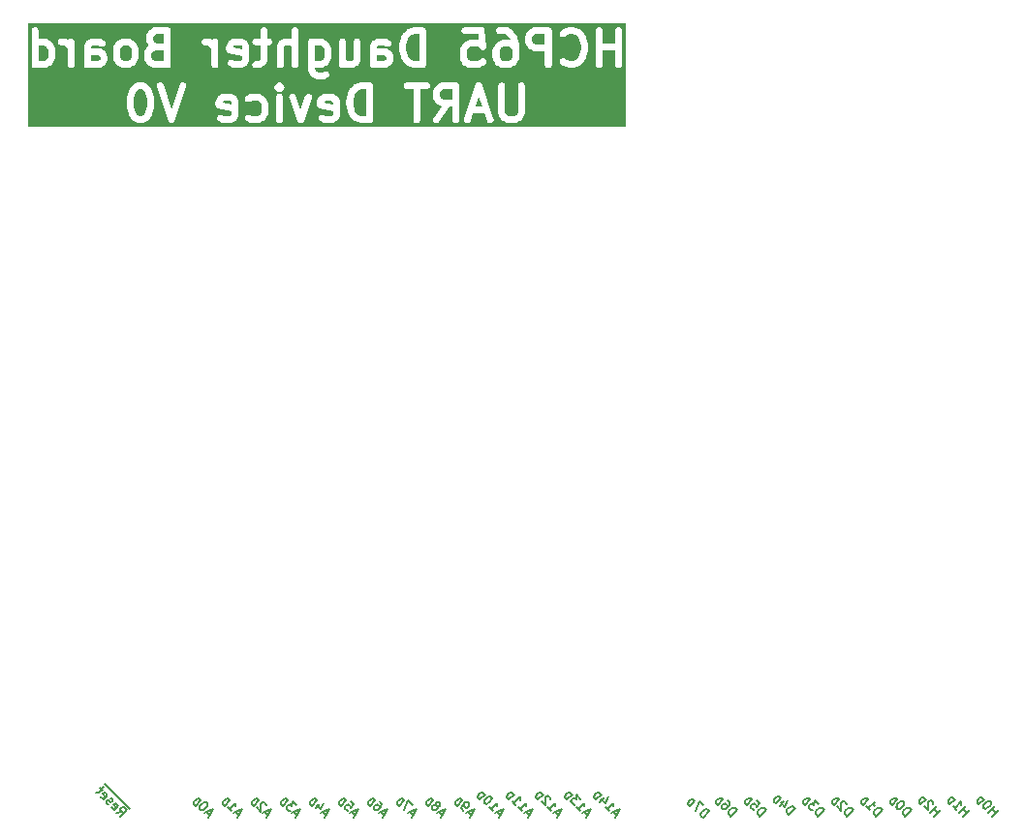
<source format=gbo>
%TF.GenerationSoftware,KiCad,Pcbnew,8.0.7*%
%TF.CreationDate,2025-02-05T17:01:46+02:00*%
%TF.ProjectId,UART Board,55415254-2042-46f6-9172-642e6b696361,V0*%
%TF.SameCoordinates,Original*%
%TF.FileFunction,Legend,Bot*%
%TF.FilePolarity,Positive*%
%FSLAX46Y46*%
G04 Gerber Fmt 4.6, Leading zero omitted, Abs format (unit mm)*
G04 Created by KiCad (PCBNEW 8.0.7) date 2025-02-05 17:01:46*
%MOMM*%
%LPD*%
G01*
G04 APERTURE LIST*
%ADD10C,0.200000*%
%ADD11C,0.600000*%
G04 APERTURE END LIST*
D10*
X20357418Y5194996D02*
X20088044Y5464370D01*
X20249668Y4979497D02*
X20626792Y5733744D01*
X20626792Y5733744D02*
X19872544Y5356621D01*
X19980294Y6380242D02*
X20249668Y6110868D01*
X20249668Y6110868D02*
X20007232Y5814556D01*
X20007232Y5814556D02*
X20007232Y5868431D01*
X20007232Y5868431D02*
X19980294Y5949243D01*
X19980294Y5949243D02*
X19845607Y6083930D01*
X19845607Y6083930D02*
X19764795Y6110868D01*
X19764795Y6110868D02*
X19710920Y6110868D01*
X19710920Y6110868D02*
X19630108Y6083930D01*
X19630108Y6083930D02*
X19495421Y5949243D01*
X19495421Y5949243D02*
X19468484Y5868431D01*
X19468484Y5868431D02*
X19468484Y5814556D01*
X19468484Y5814556D02*
X19495421Y5733744D01*
X19495421Y5733744D02*
X19630108Y5599057D01*
X19630108Y5599057D02*
X19710920Y5572120D01*
X19710920Y5572120D02*
X19764795Y5572120D01*
X19109677Y5994498D02*
X19562226Y6447047D01*
X19562226Y6447047D02*
X19454476Y6554796D01*
X19454476Y6554796D02*
X19368276Y6597896D01*
X19368276Y6597896D02*
X19282077Y6597896D01*
X19282077Y6597896D02*
X19217427Y6576346D01*
X19217427Y6576346D02*
X19109677Y6511696D01*
X19109677Y6511696D02*
X19045027Y6447047D01*
X19045027Y6447047D02*
X18980378Y6339297D01*
X18980378Y6339297D02*
X18958828Y6274647D01*
X18958828Y6274647D02*
X18958828Y6188448D01*
X18958828Y6188448D02*
X19001928Y6102248D01*
X19001928Y6102248D02*
X19109677Y5994498D01*
X10197418Y5194996D02*
X9928044Y5464370D01*
X10089668Y4979497D02*
X10466792Y5733744D01*
X10466792Y5733744D02*
X9712544Y5356621D01*
X9227671Y5841494D02*
X9550920Y5518245D01*
X9389296Y5679869D02*
X9954981Y6245555D01*
X9954981Y6245555D02*
X9928044Y6110868D01*
X9928044Y6110868D02*
X9928044Y6003118D01*
X9928044Y6003118D02*
X9954981Y5922306D01*
X8949677Y5994498D02*
X9402226Y6447047D01*
X9402226Y6447047D02*
X9294476Y6554796D01*
X9294476Y6554796D02*
X9208276Y6597896D01*
X9208276Y6597896D02*
X9122077Y6597896D01*
X9122077Y6597896D02*
X9057427Y6576346D01*
X9057427Y6576346D02*
X8949677Y6511696D01*
X8949677Y6511696D02*
X8885027Y6447047D01*
X8885027Y6447047D02*
X8820378Y6339297D01*
X8820378Y6339297D02*
X8798828Y6274647D01*
X8798828Y6274647D02*
X8798828Y6188448D01*
X8798828Y6188448D02*
X8841928Y6102248D01*
X8841928Y6102248D02*
X8949677Y5994498D01*
X12737418Y5194996D02*
X12468044Y5464370D01*
X12629668Y4979497D02*
X13006792Y5733744D01*
X13006792Y5733744D02*
X12252544Y5356621D01*
X12602731Y6030055D02*
X12602731Y6083930D01*
X12602731Y6083930D02*
X12575793Y6164742D01*
X12575793Y6164742D02*
X12441106Y6299429D01*
X12441106Y6299429D02*
X12360294Y6326367D01*
X12360294Y6326367D02*
X12306419Y6326367D01*
X12306419Y6326367D02*
X12225607Y6299429D01*
X12225607Y6299429D02*
X12171732Y6245555D01*
X12171732Y6245555D02*
X12117858Y6137805D01*
X12117858Y6137805D02*
X12117858Y5491307D01*
X12117858Y5491307D02*
X11767671Y5841494D01*
X11489677Y5994498D02*
X11942226Y6447047D01*
X11942226Y6447047D02*
X11834476Y6554796D01*
X11834476Y6554796D02*
X11748276Y6597896D01*
X11748276Y6597896D02*
X11662077Y6597896D01*
X11662077Y6597896D02*
X11597427Y6576346D01*
X11597427Y6576346D02*
X11489677Y6511696D01*
X11489677Y6511696D02*
X11425027Y6447047D01*
X11425027Y6447047D02*
X11360378Y6339297D01*
X11360378Y6339297D02*
X11338828Y6274647D01*
X11338828Y6274647D02*
X11338828Y6188448D01*
X11338828Y6188448D02*
X11381928Y6102248D01*
X11381928Y6102248D02*
X11489677Y5994498D01*
X60808856Y5060309D02*
X61374541Y5625995D01*
X61374541Y5625995D02*
X61239854Y5760682D01*
X61239854Y5760682D02*
X61132105Y5814556D01*
X61132105Y5814556D02*
X61024355Y5814556D01*
X61024355Y5814556D02*
X60943543Y5787619D01*
X60943543Y5787619D02*
X60808856Y5706807D01*
X60808856Y5706807D02*
X60728044Y5625995D01*
X60728044Y5625995D02*
X60647231Y5491308D01*
X60647231Y5491308D02*
X60620294Y5410495D01*
X60620294Y5410495D02*
X60620294Y5302746D01*
X60620294Y5302746D02*
X60674169Y5194996D01*
X60674169Y5194996D02*
X60808856Y5060309D01*
X60862731Y6137805D02*
X60512544Y6487991D01*
X60512544Y6487991D02*
X60485607Y6083930D01*
X60485607Y6083930D02*
X60404795Y6164743D01*
X60404795Y6164743D02*
X60323983Y6191680D01*
X60323983Y6191680D02*
X60270108Y6191680D01*
X60270108Y6191680D02*
X60189296Y6164743D01*
X60189296Y6164743D02*
X60054609Y6030056D01*
X60054609Y6030056D02*
X60027671Y5949243D01*
X60027671Y5949243D02*
X60027671Y5895369D01*
X60027671Y5895369D02*
X60054609Y5814556D01*
X60054609Y5814556D02*
X60216233Y5652932D01*
X60216233Y5652932D02*
X60297045Y5625995D01*
X60297045Y5625995D02*
X60350920Y5625995D01*
X59668865Y6075311D02*
X60121413Y6527859D01*
X60121413Y6527859D02*
X60013664Y6635609D01*
X60013664Y6635609D02*
X59927464Y6678708D01*
X59927464Y6678708D02*
X59841264Y6678708D01*
X59841264Y6678708D02*
X59776614Y6657159D01*
X59776614Y6657159D02*
X59668865Y6592509D01*
X59668865Y6592509D02*
X59604215Y6527859D01*
X59604215Y6527859D02*
X59539565Y6420109D01*
X59539565Y6420109D02*
X59518015Y6355460D01*
X59518015Y6355460D02*
X59518015Y6269260D01*
X59518015Y6269260D02*
X59561115Y6183060D01*
X59561115Y6183060D02*
X59668865Y6075311D01*
X65888856Y5060309D02*
X66454541Y5625995D01*
X66454541Y5625995D02*
X66319854Y5760682D01*
X66319854Y5760682D02*
X66212105Y5814556D01*
X66212105Y5814556D02*
X66104355Y5814556D01*
X66104355Y5814556D02*
X66023543Y5787619D01*
X66023543Y5787619D02*
X65888856Y5706807D01*
X65888856Y5706807D02*
X65808044Y5625995D01*
X65808044Y5625995D02*
X65727231Y5491308D01*
X65727231Y5491308D02*
X65700294Y5410495D01*
X65700294Y5410495D02*
X65700294Y5302746D01*
X65700294Y5302746D02*
X65754169Y5194996D01*
X65754169Y5194996D02*
X65888856Y5060309D01*
X65026859Y5922306D02*
X65350108Y5599057D01*
X65188483Y5760682D02*
X65754169Y6326367D01*
X65754169Y6326367D02*
X65727231Y6191680D01*
X65727231Y6191680D02*
X65727231Y6083930D01*
X65727231Y6083930D02*
X65754169Y6003118D01*
X64748865Y6075311D02*
X65201413Y6527859D01*
X65201413Y6527859D02*
X65093664Y6635609D01*
X65093664Y6635609D02*
X65007464Y6678708D01*
X65007464Y6678708D02*
X64921264Y6678708D01*
X64921264Y6678708D02*
X64856614Y6657159D01*
X64856614Y6657159D02*
X64748865Y6592509D01*
X64748865Y6592509D02*
X64684215Y6527859D01*
X64684215Y6527859D02*
X64619565Y6420109D01*
X64619565Y6420109D02*
X64598015Y6355460D01*
X64598015Y6355460D02*
X64598015Y6269260D01*
X64598015Y6269260D02*
X64641115Y6183060D01*
X64641115Y6183060D02*
X64748865Y6075311D01*
X70968856Y5060309D02*
X71534541Y5625995D01*
X71265167Y5356621D02*
X70941918Y5679869D01*
X70645607Y5383558D02*
X71211292Y5949243D01*
X70914981Y6137805D02*
X70914981Y6191680D01*
X70914981Y6191680D02*
X70888044Y6272492D01*
X70888044Y6272492D02*
X70753357Y6407179D01*
X70753357Y6407179D02*
X70672545Y6434117D01*
X70672545Y6434117D02*
X70618670Y6434117D01*
X70618670Y6434117D02*
X70537858Y6407179D01*
X70537858Y6407179D02*
X70483983Y6353304D01*
X70483983Y6353304D02*
X70430108Y6245555D01*
X70430108Y6245555D02*
X70430108Y5599057D01*
X70430108Y5599057D02*
X70079922Y5949243D01*
X69801928Y6102248D02*
X70254476Y6554796D01*
X70254476Y6554796D02*
X70146726Y6662546D01*
X70146726Y6662546D02*
X70060527Y6705646D01*
X70060527Y6705646D02*
X69974327Y6705646D01*
X69974327Y6705646D02*
X69909677Y6684096D01*
X69909677Y6684096D02*
X69801928Y6619446D01*
X69801928Y6619446D02*
X69737278Y6554796D01*
X69737278Y6554796D02*
X69672628Y6447047D01*
X69672628Y6447047D02*
X69651078Y6382397D01*
X69651078Y6382397D02*
X69651078Y6296197D01*
X69651078Y6296197D02*
X69694178Y6209998D01*
X69694178Y6209998D02*
X69801928Y6102248D01*
X58268856Y5187309D02*
X58834541Y5752995D01*
X58834541Y5752995D02*
X58699854Y5887682D01*
X58699854Y5887682D02*
X58592105Y5941556D01*
X58592105Y5941556D02*
X58484355Y5941556D01*
X58484355Y5941556D02*
X58403543Y5914619D01*
X58403543Y5914619D02*
X58268856Y5833807D01*
X58268856Y5833807D02*
X58188044Y5752995D01*
X58188044Y5752995D02*
X58107231Y5618308D01*
X58107231Y5618308D02*
X58080294Y5537495D01*
X58080294Y5537495D02*
X58080294Y5429746D01*
X58080294Y5429746D02*
X58134169Y5321996D01*
X58134169Y5321996D02*
X58268856Y5187309D01*
X57837857Y6372555D02*
X57460734Y5995431D01*
X58188044Y6453367D02*
X57918670Y5914619D01*
X57918670Y5914619D02*
X57568483Y6264805D01*
X57128865Y6202311D02*
X57581413Y6654859D01*
X57581413Y6654859D02*
X57473664Y6762609D01*
X57473664Y6762609D02*
X57387464Y6805708D01*
X57387464Y6805708D02*
X57301264Y6805708D01*
X57301264Y6805708D02*
X57236614Y6784159D01*
X57236614Y6784159D02*
X57128865Y6719509D01*
X57128865Y6719509D02*
X57064215Y6654859D01*
X57064215Y6654859D02*
X56999565Y6547109D01*
X56999565Y6547109D02*
X56978015Y6482460D01*
X56978015Y6482460D02*
X56978015Y6396260D01*
X56978015Y6396260D02*
X57021115Y6310060D01*
X57021115Y6310060D02*
X57128865Y6202311D01*
D11*
G36*
X1872149Y68619012D02*
G01*
X1946158Y68545004D01*
X2052514Y68332291D01*
X2178428Y67828637D01*
X2178428Y67188216D01*
X2052514Y66684562D01*
X1946158Y66471849D01*
X1872149Y66397840D01*
X1693322Y66308426D01*
X1549249Y66308426D01*
X1370421Y66397840D01*
X1296413Y66471848D01*
X1190054Y66684564D01*
X1064142Y67188216D01*
X1064142Y67828636D01*
X1190054Y68332288D01*
X1296413Y68545004D01*
X1370422Y68619013D01*
X1549248Y68708426D01*
X1693322Y68708426D01*
X1872149Y68619012D01*
G37*
G36*
X9540536Y67641962D02*
G01*
X9607000Y67509035D01*
X9607000Y67374367D01*
X8792541Y67537259D01*
X8844892Y67641962D01*
X8977820Y67708426D01*
X9407609Y67708426D01*
X9540536Y67641962D01*
G37*
G36*
X18397679Y67641962D02*
G01*
X18464143Y67509035D01*
X18464143Y67374367D01*
X17649684Y67537259D01*
X17702035Y67641962D01*
X17834963Y67708426D01*
X18264752Y67708426D01*
X18397679Y67641962D01*
G37*
G36*
X21321286Y66308426D02*
G01*
X20955684Y66308426D01*
X20640482Y66413493D01*
X20439269Y66614706D01*
X20332913Y66827418D01*
X20207000Y67331073D01*
X20207000Y67685779D01*
X20332913Y68189434D01*
X20439269Y68402146D01*
X20640483Y68603359D01*
X20955683Y68708426D01*
X21321286Y68708426D01*
X21321286Y66308426D01*
G37*
G36*
X28892714Y67736998D02*
G01*
X28120677Y67736998D01*
X27941849Y67826411D01*
X27867841Y67900420D01*
X27778428Y68079246D01*
X27778428Y68366178D01*
X27867841Y68545004D01*
X27941849Y68619012D01*
X28120677Y68708426D01*
X28892714Y68708426D01*
X28892714Y67736998D01*
G37*
G36*
X31490772Y67165569D02*
G01*
X30894656Y67165569D01*
X31192713Y68059742D01*
X31490772Y67165569D01*
G37*
G36*
X17515007Y72448845D02*
G01*
X17589016Y72374836D01*
X17678429Y72196010D01*
X17678429Y71480507D01*
X17589016Y71301681D01*
X17515007Y71227672D01*
X17336180Y71138258D01*
X16906393Y71138258D01*
X16849858Y71166525D01*
X16849858Y72509991D01*
X16906392Y72538258D01*
X17336180Y72538258D01*
X17515007Y72448845D01*
G37*
G36*
X-6627851Y72448845D02*
G01*
X-6553842Y72374836D01*
X-6464429Y72196010D01*
X-6464429Y71480507D01*
X-6553842Y71301681D01*
X-6627850Y71227672D01*
X-6806678Y71138258D01*
X-7236466Y71138258D01*
X-7293001Y71166525D01*
X-7293001Y72509990D01*
X-7236466Y72538258D01*
X-6806678Y72538258D01*
X-6627851Y72448845D01*
G37*
G36*
X-1959463Y71614651D02*
G01*
X-1893000Y71481724D01*
X-1893000Y71337650D01*
X-1959463Y71204722D01*
X-2092392Y71138258D01*
X-2665037Y71138258D01*
X-2721572Y71166525D01*
X-2721572Y71681116D01*
X-2092392Y71681116D01*
X-1959463Y71614651D01*
G37*
G36*
X657863Y72448845D02*
G01*
X731872Y72374836D01*
X821285Y72196010D01*
X821285Y71480507D01*
X731872Y71301681D01*
X657863Y71227672D01*
X479036Y71138258D01*
X192106Y71138258D01*
X13279Y71227672D01*
X-60730Y71301681D01*
X-150143Y71480507D01*
X-150143Y72196010D01*
X-60730Y72374835D01*
X13280Y72448845D01*
X192105Y72538258D01*
X479036Y72538258D01*
X657863Y72448845D01*
G37*
G36*
X3678428Y71138258D02*
G01*
X2906391Y71138258D01*
X2727564Y71227672D01*
X2653555Y71301681D01*
X2564142Y71480507D01*
X2564142Y71767438D01*
X2653555Y71946265D01*
X2711910Y72004620D01*
X3027111Y72109687D01*
X3678428Y72109687D01*
X3678428Y71138258D01*
G37*
G36*
X3678428Y72709687D02*
G01*
X3049248Y72709687D01*
X2870421Y72799100D01*
X2796411Y72873109D01*
X2706999Y73051935D01*
X2706999Y73196010D01*
X2796411Y73374835D01*
X2870421Y73448844D01*
X3049248Y73538258D01*
X3678428Y73538258D01*
X3678428Y72709687D01*
G37*
G36*
X10469107Y72471794D02*
G01*
X10535571Y72338867D01*
X10535571Y72204199D01*
X9721112Y72367091D01*
X9773463Y72471794D01*
X9906391Y72538258D01*
X10336180Y72538258D01*
X10469107Y72471794D01*
G37*
G36*
X23040537Y71614651D02*
G01*
X23107001Y71481724D01*
X23107001Y71337650D01*
X23040537Y71204722D01*
X22907609Y71138258D01*
X22334965Y71138258D01*
X22278430Y71166525D01*
X22278430Y71681116D01*
X22907609Y71681116D01*
X23040537Y71614651D01*
G37*
G36*
X25964144Y71138258D02*
G01*
X25598542Y71138258D01*
X25283340Y71243325D01*
X25082127Y71444538D01*
X24975771Y71657250D01*
X24849858Y72160905D01*
X24849858Y72515611D01*
X24975771Y73019266D01*
X25082127Y73231978D01*
X25283341Y73433191D01*
X25598541Y73538258D01*
X25964144Y73538258D01*
X25964144Y71138258D01*
G37*
G36*
X33943579Y72305988D02*
G01*
X34017588Y72231979D01*
X34107001Y72053153D01*
X34107001Y71480507D01*
X34017588Y71301681D01*
X33943579Y71227672D01*
X33764752Y71138258D01*
X33334965Y71138258D01*
X33156136Y71227672D01*
X33082127Y71301681D01*
X32992715Y71480507D01*
X32992715Y72053153D01*
X33082127Y72231978D01*
X33156138Y72305988D01*
X33334964Y72395401D01*
X33764752Y72395401D01*
X33943579Y72305988D01*
G37*
G36*
X36964144Y72566830D02*
G01*
X36192107Y72566830D01*
X36013279Y72656243D01*
X35939271Y72730252D01*
X35849858Y72909078D01*
X35849858Y73196010D01*
X35939271Y73374836D01*
X36013279Y73448844D01*
X36192107Y73538258D01*
X36964144Y73538258D01*
X36964144Y72566830D01*
G37*
G36*
X44040334Y65375093D02*
G01*
X-8226334Y65375093D01*
X-8226334Y67865569D01*
X464142Y67865569D01*
X464142Y67151284D01*
X466150Y67120638D01*
X466092Y67117135D01*
X466543Y67114644D01*
X466709Y67112126D01*
X467613Y67108749D01*
X473099Y67078523D01*
X615956Y66507095D01*
X622404Y66486995D01*
X623455Y66481862D01*
X625968Y66475887D01*
X627944Y66469729D01*
X630482Y66465156D01*
X638671Y66445690D01*
X781529Y66159977D01*
X801337Y66126101D01*
X807331Y66119340D01*
X811851Y66111513D01*
X837725Y66082009D01*
X980582Y65939152D01*
X1010086Y65913278D01*
X1017911Y65908760D01*
X1024673Y65902764D01*
X1058549Y65882956D01*
X1344263Y65740098D01*
X1359206Y65733811D01*
X1363623Y65731262D01*
X1368154Y65730047D01*
X1380435Y65724882D01*
X1410060Y65718819D01*
X1439270Y65710993D01*
X1452564Y65710121D01*
X1457160Y65709181D01*
X1462250Y65709486D01*
X1478428Y65708426D01*
X1764142Y65708426D01*
X1780319Y65709486D01*
X1785409Y65709181D01*
X1790004Y65710121D01*
X1803300Y65710993D01*
X1832512Y65718820D01*
X1862134Y65724882D01*
X1874412Y65730046D01*
X1878947Y65731262D01*
X1883366Y65733813D01*
X1898306Y65740098D01*
X2184021Y65882956D01*
X2217897Y65902764D01*
X2224657Y65908758D01*
X2232485Y65913278D01*
X2261989Y65939152D01*
X2404846Y66082009D01*
X2430720Y66111513D01*
X2435239Y66119340D01*
X2441234Y66126101D01*
X2461042Y66159977D01*
X2603899Y66445691D01*
X2612084Y66465149D01*
X2614626Y66469728D01*
X2616604Y66475895D01*
X2619115Y66481863D01*
X2620164Y66486990D01*
X2626614Y66507094D01*
X2769471Y67078523D01*
X2774956Y67108750D01*
X2775861Y67112126D01*
X2776026Y67114643D01*
X2776478Y67117134D01*
X2776419Y67120638D01*
X2778428Y67151284D01*
X2778428Y67865569D01*
X2776419Y67896214D01*
X2776478Y67899719D01*
X2776026Y67902209D01*
X2775861Y67904727D01*
X2774956Y67908102D01*
X2769471Y67938330D01*
X2626614Y68509759D01*
X2620164Y68529862D01*
X2619115Y68534990D01*
X2616604Y68540957D01*
X2614626Y68547125D01*
X2612084Y68551703D01*
X2603899Y68571162D01*
X2461042Y68856876D01*
X2441234Y68890752D01*
X2435239Y68897512D01*
X2430720Y68905340D01*
X2404846Y68934844D01*
X2309997Y69029693D01*
X3036326Y69029693D01*
X3041018Y68951518D01*
X3050966Y68913558D01*
X4050966Y65913557D01*
X4051812Y65911480D01*
X4052027Y65910434D01*
X4053179Y65908128D01*
X4065784Y65877221D01*
X4077524Y65859438D01*
X4087051Y65840386D01*
X4099004Y65826905D01*
X4108935Y65811865D01*
X4124876Y65797728D01*
X4139010Y65781790D01*
X4154047Y65771861D01*
X4167531Y65759905D01*
X4186590Y65750375D01*
X4204366Y65738639D01*
X4221457Y65732941D01*
X4237579Y65724881D01*
X4258456Y65720608D01*
X4278663Y65713873D01*
X4296645Y65712793D01*
X4314304Y65709180D01*
X4335577Y65710457D01*
X4356838Y65709181D01*
X4374488Y65712792D01*
X4392479Y65713873D01*
X4412693Y65720611D01*
X4433563Y65724882D01*
X4449678Y65732939D01*
X4466776Y65738639D01*
X4484559Y65750380D01*
X4503611Y65759906D01*
X4517087Y65771856D01*
X4532132Y65781789D01*
X4546270Y65797733D01*
X4562207Y65811865D01*
X4572134Y65826901D01*
X4584091Y65840385D01*
X4593618Y65859441D01*
X4605358Y65877221D01*
X4617960Y65908124D01*
X4619115Y65910434D01*
X4619329Y65911482D01*
X4620176Y65913558D01*
X5175608Y67579855D01*
X8178429Y67579855D01*
X8178429Y67294141D01*
X8180996Y67254983D01*
X8183507Y67245610D01*
X8184132Y67235922D01*
X8193610Y67207904D01*
X8201265Y67179336D01*
X8206119Y67170928D01*
X8209229Y67161736D01*
X8225632Y67137131D01*
X8240423Y67111513D01*
X8247287Y67104649D01*
X8252671Y67096573D01*
X8274887Y67077048D01*
X8295801Y67056135D01*
X8304206Y67051281D01*
X8311497Y67044875D01*
X8338002Y67031769D01*
X8363624Y67016977D01*
X8373003Y67014463D01*
X8381700Y67010164D01*
X8419594Y66999967D01*
X9607000Y66762485D01*
X9607000Y66507818D01*
X9540536Y66374890D01*
X9407608Y66308426D01*
X8977821Y66308426D01*
X8755451Y66419612D01*
X8719279Y66434828D01*
X8642554Y66450529D01*
X8564379Y66445837D01*
X8490081Y66421071D01*
X8424726Y66377921D01*
X8372766Y66319325D01*
X8337742Y66249277D01*
X8322041Y66172552D01*
X8326733Y66094377D01*
X8351499Y66020079D01*
X8394649Y65954724D01*
X8453245Y65902764D01*
X8487121Y65882956D01*
X8772835Y65740098D01*
X8787778Y65733811D01*
X8792195Y65731262D01*
X8796726Y65730047D01*
X8809007Y65724882D01*
X8838632Y65718819D01*
X8867842Y65710993D01*
X8881136Y65710121D01*
X8885732Y65709181D01*
X8890822Y65709486D01*
X8907000Y65708426D01*
X9478429Y65708426D01*
X9494606Y65709486D01*
X9499697Y65709181D01*
X9504292Y65710121D01*
X9517587Y65710993D01*
X9546796Y65718819D01*
X9576422Y65724882D01*
X9588702Y65730047D01*
X9593234Y65731262D01*
X9597650Y65733811D01*
X9612594Y65740098D01*
X9898307Y65882956D01*
X9932183Y65902764D01*
X9945662Y65914716D01*
X9960704Y65924648D01*
X9974841Y65940591D01*
X9990779Y65954724D01*
X10000707Y65969761D01*
X10012663Y65983244D01*
X10032471Y66017120D01*
X10175328Y66302834D01*
X10181612Y66317773D01*
X10184164Y66322193D01*
X10185379Y66326727D01*
X10190544Y66339006D01*
X10196605Y66368627D01*
X10204433Y66397840D01*
X10205304Y66411135D01*
X10206245Y66415731D01*
X10205939Y66420820D01*
X10207000Y66436998D01*
X10207000Y67579855D01*
X10205939Y67596032D01*
X10206245Y67601122D01*
X10205304Y67605717D01*
X10204433Y67619013D01*
X10196605Y67648225D01*
X10190544Y67677847D01*
X10185379Y67690125D01*
X10184164Y67694660D01*
X10181612Y67699079D01*
X10175328Y67714019D01*
X10110186Y67844302D01*
X10750613Y67844302D01*
X10766314Y67767577D01*
X10801338Y67697529D01*
X10853297Y67638933D01*
X10918653Y67595782D01*
X10992950Y67571016D01*
X11071125Y67566324D01*
X11147850Y67582025D01*
X11184022Y67597241D01*
X11406392Y67708426D01*
X11836180Y67708426D01*
X12015007Y67619013D01*
X12089016Y67545004D01*
X12178429Y67366178D01*
X12178429Y66650675D01*
X12089016Y66471849D01*
X12015007Y66397840D01*
X11836180Y66308426D01*
X11406393Y66308426D01*
X11184023Y66419612D01*
X11147851Y66434828D01*
X11071126Y66450529D01*
X10992951Y66445837D01*
X10918653Y66421071D01*
X10853298Y66377921D01*
X10801338Y66319325D01*
X10766314Y66249277D01*
X10750613Y66172552D01*
X10755305Y66094377D01*
X10780071Y66020079D01*
X10823221Y65954724D01*
X10881817Y65902764D01*
X10915693Y65882956D01*
X11201407Y65740098D01*
X11216350Y65733811D01*
X11220767Y65731262D01*
X11225298Y65730047D01*
X11237579Y65724882D01*
X11267204Y65718819D01*
X11296414Y65710993D01*
X11309708Y65710121D01*
X11314304Y65709181D01*
X11319394Y65709486D01*
X11335572Y65708426D01*
X11907000Y65708426D01*
X11923177Y65709486D01*
X11928267Y65709181D01*
X11932862Y65710121D01*
X11946158Y65710993D01*
X11975370Y65718820D01*
X12004992Y65724882D01*
X12017270Y65730046D01*
X12021805Y65731262D01*
X12026224Y65733813D01*
X12041164Y65740098D01*
X12326879Y65882956D01*
X12360755Y65902764D01*
X12367515Y65908758D01*
X12375343Y65913278D01*
X12404847Y65939152D01*
X12547704Y66082009D01*
X12573578Y66111513D01*
X12578097Y66119340D01*
X12584092Y66126101D01*
X12603900Y66159977D01*
X12746757Y66445691D01*
X12753041Y66460630D01*
X12755593Y66465050D01*
X12756808Y66469584D01*
X12761973Y66481863D01*
X12768034Y66511484D01*
X12775862Y66540697D01*
X12776733Y66553992D01*
X12777674Y66558588D01*
X12777368Y66563677D01*
X12778429Y66579855D01*
X12778429Y67436998D01*
X12777368Y67453175D01*
X12777674Y67458265D01*
X12776733Y67462860D01*
X12775862Y67476156D01*
X12768034Y67505368D01*
X12761973Y67534990D01*
X12756808Y67547268D01*
X12755593Y67551803D01*
X12753041Y67556222D01*
X12746757Y67571162D01*
X12603900Y67856876D01*
X12584092Y67890752D01*
X12578097Y67897512D01*
X12573578Y67905340D01*
X12547704Y67934844D01*
X12474122Y68008426D01*
X13464143Y68008426D01*
X13464143Y66008426D01*
X13466710Y65969268D01*
X13486979Y65893621D01*
X13526137Y65825798D01*
X13581515Y65770420D01*
X13649338Y65731262D01*
X13724985Y65710993D01*
X13803301Y65710993D01*
X13878948Y65731262D01*
X13946771Y65770420D01*
X14002149Y65825798D01*
X14041307Y65893621D01*
X14061576Y65969268D01*
X14064143Y66008426D01*
X14064143Y68008426D01*
X14063166Y68023322D01*
X14607370Y68023322D01*
X14613725Y67945265D01*
X14624477Y67907525D01*
X15338762Y65907525D01*
X15354350Y65871512D01*
X15362846Y65859219D01*
X15369246Y65845710D01*
X15385025Y65827134D01*
X15398881Y65807089D01*
X15410271Y65797412D01*
X15419948Y65786022D01*
X15439993Y65772166D01*
X15458569Y65756387D01*
X15472078Y65749987D01*
X15484371Y65741491D01*
X15507317Y65733296D01*
X15529347Y65722861D01*
X15544053Y65720176D01*
X15558124Y65715151D01*
X15582409Y65713173D01*
X15606389Y65708796D01*
X15621286Y65710008D01*
X15636181Y65708796D01*
X15660154Y65713172D01*
X15684446Y65715150D01*
X15698521Y65720177D01*
X15713223Y65722861D01*
X15735250Y65733294D01*
X15758199Y65741491D01*
X15770491Y65749987D01*
X15784001Y65756387D01*
X15802576Y65772166D01*
X15822622Y65786022D01*
X15832298Y65797412D01*
X15843689Y65807089D01*
X15857544Y65827134D01*
X15873324Y65845710D01*
X15879723Y65859220D01*
X15888220Y65871512D01*
X15903808Y65907525D01*
X16501068Y67579855D01*
X17035572Y67579855D01*
X17035572Y67294141D01*
X17038139Y67254983D01*
X17040650Y67245610D01*
X17041275Y67235922D01*
X17050753Y67207904D01*
X17058408Y67179336D01*
X17063262Y67170928D01*
X17066372Y67161736D01*
X17082775Y67137131D01*
X17097566Y67111513D01*
X17104430Y67104649D01*
X17109814Y67096573D01*
X17132030Y67077048D01*
X17152944Y67056135D01*
X17161349Y67051281D01*
X17168640Y67044875D01*
X17195145Y67031769D01*
X17220767Y67016977D01*
X17230146Y67014463D01*
X17238843Y67010164D01*
X17276737Y66999967D01*
X18464143Y66762485D01*
X18464143Y66507818D01*
X18397679Y66374890D01*
X18264751Y66308426D01*
X17834964Y66308426D01*
X17612594Y66419612D01*
X17576422Y66434828D01*
X17499697Y66450529D01*
X17421522Y66445837D01*
X17347224Y66421071D01*
X17281869Y66377921D01*
X17229909Y66319325D01*
X17194885Y66249277D01*
X17179184Y66172552D01*
X17183876Y66094377D01*
X17208642Y66020079D01*
X17251792Y65954724D01*
X17310388Y65902764D01*
X17344264Y65882956D01*
X17629978Y65740098D01*
X17644921Y65733811D01*
X17649338Y65731262D01*
X17653869Y65730047D01*
X17666150Y65724882D01*
X17695775Y65718819D01*
X17724985Y65710993D01*
X17738279Y65710121D01*
X17742875Y65709181D01*
X17747965Y65709486D01*
X17764143Y65708426D01*
X18335572Y65708426D01*
X18351749Y65709486D01*
X18356840Y65709181D01*
X18361435Y65710121D01*
X18374730Y65710993D01*
X18403939Y65718819D01*
X18433565Y65724882D01*
X18445845Y65730047D01*
X18450377Y65731262D01*
X18454793Y65733811D01*
X18469737Y65740098D01*
X18755450Y65882956D01*
X18789326Y65902764D01*
X18802805Y65914716D01*
X18817847Y65924648D01*
X18831984Y65940591D01*
X18847922Y65954724D01*
X18857850Y65969761D01*
X18869806Y65983244D01*
X18889614Y66017120D01*
X19032471Y66302834D01*
X19038755Y66317773D01*
X19041307Y66322193D01*
X19042522Y66326727D01*
X19047687Y66339006D01*
X19053748Y66368627D01*
X19061576Y66397840D01*
X19062447Y66411135D01*
X19063388Y66415731D01*
X19063082Y66420820D01*
X19064143Y66436998D01*
X19064143Y67579855D01*
X19063082Y67596032D01*
X19063388Y67601122D01*
X19062447Y67605717D01*
X19061576Y67619013D01*
X19053748Y67648225D01*
X19047687Y67677847D01*
X19042522Y67690125D01*
X19041307Y67694660D01*
X19038755Y67699079D01*
X19032471Y67714019D01*
X19028124Y67722712D01*
X19607000Y67722712D01*
X19607000Y67294141D01*
X19609008Y67263495D01*
X19608950Y67259992D01*
X19609401Y67257501D01*
X19609567Y67254983D01*
X19610471Y67251606D01*
X19615957Y67221380D01*
X19758814Y66649952D01*
X19765263Y66629850D01*
X19766313Y66624720D01*
X19768824Y66618748D01*
X19770802Y66612586D01*
X19773341Y66608010D01*
X19781529Y66588548D01*
X19924386Y66302834D01*
X19944194Y66268958D01*
X19950191Y66262194D01*
X19954709Y66254370D01*
X19980582Y66224866D01*
X20266297Y65939152D01*
X20278483Y65928465D01*
X20281868Y65924648D01*
X20285784Y65922062D01*
X20295801Y65913278D01*
X20321985Y65898160D01*
X20347223Y65881497D01*
X20359561Y65876465D01*
X20363624Y65874120D01*
X20368549Y65872800D01*
X20383560Y65866679D01*
X20812131Y65723821D01*
X20850092Y65713873D01*
X20859114Y65713331D01*
X20867842Y65710993D01*
X20907000Y65708426D01*
X21621286Y65708426D01*
X21660444Y65710993D01*
X21736091Y65731262D01*
X21803914Y65770420D01*
X21859292Y65825798D01*
X21898450Y65893621D01*
X21918719Y65969268D01*
X21921286Y66008426D01*
X21921286Y69008426D01*
X21918719Y69047584D01*
X24609567Y69047584D01*
X24609567Y68969268D01*
X24629836Y68893621D01*
X24668994Y68825798D01*
X24724372Y68770420D01*
X24792195Y68731262D01*
X24867842Y68710993D01*
X24907000Y68708426D01*
X25464142Y68708426D01*
X25464142Y66008426D01*
X25466709Y65969268D01*
X25486978Y65893621D01*
X25526136Y65825798D01*
X25581514Y65770420D01*
X25649337Y65731262D01*
X25724984Y65710993D01*
X25803300Y65710993D01*
X25878947Y65731262D01*
X25946770Y65770420D01*
X26002148Y65825798D01*
X26041306Y65893621D01*
X26061575Y65969268D01*
X26064142Y66008426D01*
X26064142Y68436998D01*
X27178428Y68436998D01*
X27178428Y68008426D01*
X27179488Y67992248D01*
X27179183Y67987159D01*
X27180123Y67982563D01*
X27180995Y67969268D01*
X27188822Y67940055D01*
X27194884Y67910434D01*
X27200048Y67898155D01*
X27201264Y67893621D01*
X27203815Y67889201D01*
X27210100Y67874262D01*
X27352957Y67588548D01*
X27372765Y67554672D01*
X27378759Y67547911D01*
X27383279Y67540084D01*
X27409153Y67510580D01*
X27552010Y67367723D01*
X27581514Y67341849D01*
X27589341Y67337329D01*
X27596102Y67331335D01*
X27629978Y67311527D01*
X27915693Y67168670D01*
X27922420Y67165840D01*
X27232658Y66180465D01*
X27212306Y66146913D01*
X27185530Y66073317D01*
X27178716Y65995299D01*
X27192326Y65918174D01*
X27225433Y65847201D01*
X27275782Y65787215D01*
X27339941Y65742304D01*
X27413537Y65715528D01*
X27491555Y65708714D01*
X27568680Y65722324D01*
X27639653Y65755431D01*
X27699639Y65805780D01*
X27724198Y65836387D01*
X28634625Y67136998D01*
X28892714Y67136998D01*
X28892714Y66008426D01*
X28895281Y65969268D01*
X28915550Y65893621D01*
X28954708Y65825798D01*
X29010086Y65770420D01*
X29077909Y65731262D01*
X29153556Y65710993D01*
X29231872Y65710993D01*
X29307519Y65731262D01*
X29375342Y65770420D01*
X29430720Y65825798D01*
X29469878Y65893621D01*
X29490147Y65969268D01*
X29491320Y65987159D01*
X29893469Y65987159D01*
X29909170Y65910434D01*
X29944194Y65840386D01*
X29996153Y65781790D01*
X30061509Y65738639D01*
X30135806Y65713873D01*
X30213981Y65709181D01*
X30290706Y65724882D01*
X30360754Y65759906D01*
X30419350Y65811865D01*
X30462501Y65877221D01*
X30477319Y65913558D01*
X30694656Y66565569D01*
X31690772Y66565569D01*
X31908109Y65913557D01*
X31922927Y65877221D01*
X31966078Y65811865D01*
X32024674Y65759905D01*
X32094722Y65724881D01*
X32171447Y65709180D01*
X32249622Y65713873D01*
X32323919Y65738639D01*
X32389275Y65781789D01*
X32441234Y65840385D01*
X32476258Y65910434D01*
X32491959Y65987159D01*
X32487267Y66065334D01*
X32477319Y66103294D01*
X31508942Y69008426D01*
X32892714Y69008426D01*
X32892714Y66579855D01*
X32893774Y66563677D01*
X32893469Y66558588D01*
X32894409Y66553992D01*
X32895281Y66540697D01*
X32903108Y66511484D01*
X32909170Y66481863D01*
X32914334Y66469584D01*
X32915550Y66465050D01*
X32918101Y66460630D01*
X32924386Y66445691D01*
X33067243Y66159977D01*
X33087051Y66126101D01*
X33093045Y66119340D01*
X33097565Y66111513D01*
X33123439Y66082009D01*
X33266296Y65939152D01*
X33295800Y65913278D01*
X33303627Y65908758D01*
X33310388Y65902764D01*
X33344264Y65882956D01*
X33629978Y65740098D01*
X33644921Y65733811D01*
X33649338Y65731262D01*
X33653869Y65730047D01*
X33666150Y65724882D01*
X33695774Y65718819D01*
X33724985Y65710993D01*
X33738280Y65710121D01*
X33742876Y65709181D01*
X33747965Y65709486D01*
X33764143Y65708426D01*
X34335571Y65708426D01*
X34351748Y65709486D01*
X34356838Y65709181D01*
X34361433Y65710121D01*
X34374729Y65710993D01*
X34403941Y65718820D01*
X34433563Y65724882D01*
X34445841Y65730046D01*
X34450376Y65731262D01*
X34454795Y65733813D01*
X34469735Y65740098D01*
X34755450Y65882956D01*
X34789326Y65902764D01*
X34796086Y65908758D01*
X34803914Y65913278D01*
X34833418Y65939152D01*
X34976275Y66082009D01*
X35002149Y66111513D01*
X35006668Y66119340D01*
X35012663Y66126101D01*
X35032471Y66159977D01*
X35175328Y66445691D01*
X35181612Y66460630D01*
X35184164Y66465050D01*
X35185379Y66469584D01*
X35190544Y66481863D01*
X35196605Y66511484D01*
X35204433Y66540697D01*
X35205304Y66553992D01*
X35206245Y66558588D01*
X35205939Y66563677D01*
X35207000Y66579855D01*
X35207000Y69008426D01*
X35204433Y69047584D01*
X35184164Y69123231D01*
X35145006Y69191054D01*
X35089628Y69246432D01*
X35021805Y69285590D01*
X34946158Y69305859D01*
X34867842Y69305859D01*
X34792195Y69285590D01*
X34724372Y69246432D01*
X34668994Y69191054D01*
X34629836Y69123231D01*
X34609567Y69047584D01*
X34607000Y69008426D01*
X34607000Y66650675D01*
X34517587Y66471849D01*
X34443578Y66397840D01*
X34264751Y66308426D01*
X33834963Y66308426D01*
X33656136Y66397840D01*
X33582127Y66471849D01*
X33492714Y66650675D01*
X33492714Y69008426D01*
X33490147Y69047584D01*
X33469878Y69123231D01*
X33430720Y69191054D01*
X33375342Y69246432D01*
X33307519Y69285590D01*
X33231872Y69305859D01*
X33153556Y69305859D01*
X33077909Y69285590D01*
X33010086Y69246432D01*
X32954708Y69191054D01*
X32915550Y69123231D01*
X32895281Y69047584D01*
X32892714Y69008426D01*
X31508942Y69008426D01*
X31477319Y69103294D01*
X31476472Y69105369D01*
X31476258Y69106418D01*
X31475103Y69108727D01*
X31462501Y69139631D01*
X31450761Y69157410D01*
X31441234Y69176467D01*
X31429277Y69189950D01*
X31419350Y69204987D01*
X31403413Y69219118D01*
X31389275Y69235063D01*
X31374230Y69244995D01*
X31360754Y69256946D01*
X31341702Y69266471D01*
X31323919Y69278213D01*
X31306821Y69283912D01*
X31290706Y69291970D01*
X31269836Y69296240D01*
X31249622Y69302979D01*
X31231631Y69304059D01*
X31213981Y69307671D01*
X31192720Y69306394D01*
X31171447Y69307672D01*
X31153788Y69304058D01*
X31135806Y69302979D01*
X31115599Y69296243D01*
X31094722Y69291971D01*
X31078600Y69283910D01*
X31061509Y69278213D01*
X31043733Y69266476D01*
X31024674Y69256947D01*
X31011190Y69244990D01*
X30996153Y69235062D01*
X30982019Y69219123D01*
X30966078Y69204987D01*
X30956147Y69189946D01*
X30944194Y69176466D01*
X30934667Y69157413D01*
X30922927Y69139631D01*
X30910322Y69108723D01*
X30909170Y69106418D01*
X30908955Y69105371D01*
X30908109Y69103295D01*
X29908109Y66103294D01*
X29898161Y66065334D01*
X29893469Y65987159D01*
X29491320Y65987159D01*
X29492714Y66008426D01*
X29492714Y69008426D01*
X29490147Y69047584D01*
X29469878Y69123231D01*
X29430720Y69191054D01*
X29375342Y69246432D01*
X29307519Y69285590D01*
X29231872Y69305859D01*
X29192714Y69308426D01*
X28049857Y69308426D01*
X28033680Y69307365D01*
X28028591Y69307671D01*
X28023995Y69306730D01*
X28010699Y69305859D01*
X27981485Y69298031D01*
X27951865Y69291970D01*
X27939586Y69286805D01*
X27935052Y69285590D01*
X27930632Y69283038D01*
X27915693Y69276754D01*
X27629978Y69133897D01*
X27596102Y69114089D01*
X27589341Y69108094D01*
X27581514Y69103575D01*
X27552010Y69077701D01*
X27409153Y68934844D01*
X27383279Y68905340D01*
X27378759Y68897512D01*
X27372765Y68890752D01*
X27352957Y68856876D01*
X27210100Y68571162D01*
X27203815Y68556222D01*
X27201264Y68551803D01*
X27200048Y68547268D01*
X27194884Y68534990D01*
X27188822Y68505368D01*
X27180995Y68476156D01*
X27180123Y68462860D01*
X27179183Y68458265D01*
X27179488Y68453175D01*
X27178428Y68436998D01*
X26064142Y68436998D01*
X26064142Y68708426D01*
X26621285Y68708426D01*
X26660443Y68710993D01*
X26736090Y68731262D01*
X26803913Y68770420D01*
X26859291Y68825798D01*
X26898449Y68893621D01*
X26918718Y68969268D01*
X26918718Y69047584D01*
X26898449Y69123231D01*
X26859291Y69191054D01*
X26803913Y69246432D01*
X26736090Y69285590D01*
X26660443Y69305859D01*
X26621285Y69308426D01*
X24907000Y69308426D01*
X24867842Y69305859D01*
X24792195Y69285590D01*
X24724372Y69246432D01*
X24668994Y69191054D01*
X24629836Y69123231D01*
X24609567Y69047584D01*
X21918719Y69047584D01*
X21898450Y69123231D01*
X21859292Y69191054D01*
X21803914Y69246432D01*
X21736091Y69285590D01*
X21660444Y69305859D01*
X21621286Y69308426D01*
X20907000Y69308426D01*
X20867842Y69305859D01*
X20859110Y69303519D01*
X20850091Y69302978D01*
X20812131Y69293031D01*
X20383561Y69150174D01*
X20368551Y69144053D01*
X20363624Y69142733D01*
X20359559Y69140386D01*
X20347224Y69135356D01*
X20321990Y69118695D01*
X20295801Y69103575D01*
X20285784Y69094790D01*
X20281868Y69092205D01*
X20278483Y69088388D01*
X20266297Y69077701D01*
X19980582Y68791987D01*
X19954709Y68762483D01*
X19950191Y68754658D01*
X19944194Y68747895D01*
X19924386Y68714019D01*
X19781529Y68428305D01*
X19773341Y68408842D01*
X19770802Y68404267D01*
X19768824Y68398104D01*
X19766313Y68392133D01*
X19765263Y68387002D01*
X19758814Y68366901D01*
X19615957Y67795473D01*
X19610471Y67765246D01*
X19609567Y67761870D01*
X19609401Y67759351D01*
X19608950Y67756861D01*
X19609008Y67753357D01*
X19607000Y67722712D01*
X19028124Y67722712D01*
X18889614Y67999733D01*
X18869806Y68033609D01*
X18857852Y68047089D01*
X18847922Y68062130D01*
X18831981Y68076264D01*
X18817847Y68092205D01*
X18802806Y68102135D01*
X18789326Y68114089D01*
X18755450Y68133897D01*
X18469736Y68276754D01*
X18454796Y68283038D01*
X18450377Y68285590D01*
X18445842Y68286805D01*
X18433564Y68291970D01*
X18403942Y68298031D01*
X18374730Y68305859D01*
X18361434Y68306730D01*
X18356839Y68307671D01*
X18351749Y68307365D01*
X18335572Y68308426D01*
X17764143Y68308426D01*
X17747965Y68307365D01*
X17742876Y68307671D01*
X17738280Y68306730D01*
X17724985Y68305859D01*
X17695772Y68298031D01*
X17666151Y68291970D01*
X17653872Y68286805D01*
X17649338Y68285590D01*
X17644918Y68283038D01*
X17629979Y68276754D01*
X17344265Y68133897D01*
X17310389Y68114089D01*
X17296908Y68102135D01*
X17281868Y68092205D01*
X17267733Y68076264D01*
X17251793Y68062130D01*
X17241862Y68047089D01*
X17229909Y68033609D01*
X17210101Y67999733D01*
X17067244Y67714019D01*
X17060959Y67699079D01*
X17058408Y67694660D01*
X17057192Y67690125D01*
X17052028Y67677847D01*
X17045966Y67648225D01*
X17038139Y67619013D01*
X17037267Y67605717D01*
X17036327Y67601122D01*
X17036632Y67596032D01*
X17035572Y67579855D01*
X16501068Y67579855D01*
X16618093Y67907525D01*
X16628846Y67945265D01*
X16635201Y68023322D01*
X16621136Y68100364D01*
X16587609Y68171142D01*
X16536908Y68230830D01*
X16472485Y68275361D01*
X16398732Y68301701D01*
X16320675Y68308056D01*
X16243633Y68293990D01*
X16172855Y68260464D01*
X16113167Y68209763D01*
X16068636Y68145340D01*
X16053048Y68109327D01*
X15621285Y66900391D01*
X15189523Y68109327D01*
X15173935Y68145340D01*
X15129404Y68209763D01*
X15069716Y68260464D01*
X14998938Y68293991D01*
X14921896Y68308056D01*
X14843839Y68301701D01*
X14770086Y68275361D01*
X14705663Y68230830D01*
X14654962Y68171142D01*
X14621435Y68100364D01*
X14607370Y68023322D01*
X14063166Y68023322D01*
X14061576Y68047584D01*
X14041307Y68123231D01*
X14002149Y68191054D01*
X13946771Y68246432D01*
X13878948Y68285590D01*
X13803301Y68305859D01*
X13724985Y68305859D01*
X13649338Y68285590D01*
X13581515Y68246432D01*
X13526137Y68191054D01*
X13486979Y68123231D01*
X13466710Y68047584D01*
X13464143Y68008426D01*
X12474122Y68008426D01*
X12404847Y68077701D01*
X12375343Y68103575D01*
X12367515Y68108094D01*
X12360755Y68114089D01*
X12326879Y68133897D01*
X12041164Y68276754D01*
X12026224Y68283038D01*
X12021805Y68285590D01*
X12017270Y68286805D01*
X12004992Y68291970D01*
X11975371Y68298031D01*
X11946158Y68305859D01*
X11932861Y68306730D01*
X11928266Y68307671D01*
X11923176Y68307365D01*
X11907000Y68308426D01*
X11335572Y68308426D01*
X11319394Y68307365D01*
X11314305Y68307671D01*
X11309709Y68306730D01*
X11296414Y68305859D01*
X11267201Y68298031D01*
X11237580Y68291970D01*
X11225301Y68286805D01*
X11220767Y68285590D01*
X11216347Y68283038D01*
X11201408Y68276754D01*
X10915694Y68133897D01*
X10881818Y68114089D01*
X10823222Y68062130D01*
X10780071Y67996774D01*
X10755305Y67922477D01*
X10750613Y67844302D01*
X10110186Y67844302D01*
X10032471Y67999733D01*
X10012663Y68033609D01*
X10000709Y68047089D01*
X9990779Y68062130D01*
X9974838Y68076264D01*
X9960704Y68092205D01*
X9945663Y68102135D01*
X9932183Y68114089D01*
X9898307Y68133897D01*
X9612593Y68276754D01*
X9597653Y68283038D01*
X9593234Y68285590D01*
X9588699Y68286805D01*
X9576421Y68291970D01*
X9546799Y68298031D01*
X9517587Y68305859D01*
X9504291Y68306730D01*
X9499696Y68307671D01*
X9494606Y68307365D01*
X9478429Y68308426D01*
X8907000Y68308426D01*
X8890822Y68307365D01*
X8885733Y68307671D01*
X8881137Y68306730D01*
X8867842Y68305859D01*
X8838629Y68298031D01*
X8809008Y68291970D01*
X8796729Y68286805D01*
X8792195Y68285590D01*
X8787775Y68283038D01*
X8772836Y68276754D01*
X8487122Y68133897D01*
X8453246Y68114089D01*
X8439765Y68102135D01*
X8424725Y68092205D01*
X8410590Y68076264D01*
X8394650Y68062130D01*
X8384719Y68047089D01*
X8372766Y68033609D01*
X8352958Y67999733D01*
X8210101Y67714019D01*
X8203816Y67699079D01*
X8201265Y67694660D01*
X8200049Y67690125D01*
X8194885Y67677847D01*
X8188823Y67648225D01*
X8180996Y67619013D01*
X8180124Y67605717D01*
X8179184Y67601122D01*
X8179489Y67596032D01*
X8178429Y67579855D01*
X5175608Y67579855D01*
X5617232Y68904727D01*
X13323853Y68904727D01*
X13323853Y68826411D01*
X13344122Y68750764D01*
X13383280Y68682941D01*
X13409154Y68653437D01*
X13552011Y68510580D01*
X13581515Y68484706D01*
X13649338Y68445548D01*
X13724985Y68425279D01*
X13803301Y68425279D01*
X13878948Y68445548D01*
X13946771Y68484706D01*
X13976275Y68510580D01*
X14119132Y68653437D01*
X14145006Y68682941D01*
X14184164Y68750764D01*
X14204433Y68826411D01*
X14204433Y68904727D01*
X14184164Y68980374D01*
X14145006Y69048197D01*
X14119132Y69077701D01*
X13976275Y69220558D01*
X13946771Y69246432D01*
X13878948Y69285590D01*
X13803301Y69305859D01*
X13724985Y69305859D01*
X13649338Y69285590D01*
X13581515Y69246432D01*
X13552011Y69220558D01*
X13409154Y69077701D01*
X13383280Y69048197D01*
X13344122Y68980374D01*
X13323853Y68904727D01*
X5617232Y68904727D01*
X5620176Y68913558D01*
X5630124Y68951518D01*
X5634816Y69029693D01*
X5619115Y69106418D01*
X5584091Y69176467D01*
X5532132Y69235063D01*
X5466776Y69278213D01*
X5392479Y69302979D01*
X5314304Y69307672D01*
X5237579Y69291971D01*
X5167531Y69256947D01*
X5108935Y69204987D01*
X5065784Y69139631D01*
X5050966Y69103295D01*
X4335570Y66957109D01*
X3620176Y69103294D01*
X3605358Y69139631D01*
X3562207Y69204987D01*
X3503611Y69256946D01*
X3433563Y69291970D01*
X3356838Y69307671D01*
X3278663Y69302979D01*
X3204366Y69278213D01*
X3139010Y69235062D01*
X3087051Y69176466D01*
X3052027Y69106418D01*
X3036326Y69029693D01*
X2309997Y69029693D01*
X2261989Y69077701D01*
X2232485Y69103575D01*
X2224657Y69108094D01*
X2217897Y69114089D01*
X2184021Y69133897D01*
X1898306Y69276754D01*
X1883366Y69283038D01*
X1878947Y69285590D01*
X1874412Y69286805D01*
X1862134Y69291970D01*
X1832513Y69298031D01*
X1803300Y69305859D01*
X1790003Y69306730D01*
X1785408Y69307671D01*
X1780318Y69307365D01*
X1764142Y69308426D01*
X1478428Y69308426D01*
X1462250Y69307365D01*
X1457161Y69307671D01*
X1452565Y69306730D01*
X1439270Y69305859D01*
X1410057Y69298031D01*
X1380436Y69291970D01*
X1368157Y69286805D01*
X1363623Y69285590D01*
X1359203Y69283038D01*
X1344264Y69276754D01*
X1058550Y69133897D01*
X1024674Y69114089D01*
X1017913Y69108094D01*
X1010086Y69103575D01*
X980582Y69077701D01*
X837725Y68934844D01*
X811851Y68905340D01*
X807331Y68897512D01*
X801337Y68890752D01*
X781529Y68856876D01*
X638671Y68571163D01*
X630482Y68551696D01*
X627944Y68547124D01*
X625968Y68540965D01*
X623455Y68534991D01*
X622404Y68529857D01*
X615956Y68509758D01*
X473099Y67938330D01*
X467613Y67908103D01*
X466709Y67904727D01*
X466543Y67902208D01*
X466092Y67899718D01*
X466150Y67896214D01*
X464142Y67865569D01*
X-8226334Y67865569D01*
X-8226334Y73838258D01*
X-7893001Y73838258D01*
X-7893001Y70838258D01*
X-7890434Y70799100D01*
X-7870165Y70723453D01*
X-7831007Y70655630D01*
X-7775629Y70600252D01*
X-7707806Y70561094D01*
X-7632159Y70540825D01*
X-7553843Y70540825D01*
X-7478196Y70561094D01*
X-7452941Y70575675D01*
X-7441451Y70569930D01*
X-7426507Y70563643D01*
X-7422091Y70561094D01*
X-7417559Y70559879D01*
X-7405279Y70554714D01*
X-7375654Y70548651D01*
X-7346444Y70540825D01*
X-7333148Y70539953D01*
X-7328553Y70539013D01*
X-7323463Y70539318D01*
X-7307286Y70538258D01*
X-6735858Y70538258D01*
X-6719680Y70539318D01*
X-6714591Y70539013D01*
X-6709995Y70539953D01*
X-6696700Y70540825D01*
X-6667487Y70548652D01*
X-6637866Y70554714D01*
X-6625587Y70559878D01*
X-6621053Y70561094D01*
X-6616633Y70563645D01*
X-6601694Y70569930D01*
X-6315979Y70712788D01*
X-6282103Y70732596D01*
X-6275342Y70738590D01*
X-6267515Y70743110D01*
X-6238011Y70768984D01*
X-6095154Y70911841D01*
X-6069280Y70941345D01*
X-6064760Y70949172D01*
X-6058766Y70955933D01*
X-6038958Y70989809D01*
X-5896101Y71275523D01*
X-5889816Y71290462D01*
X-5887265Y71294882D01*
X-5886049Y71299416D01*
X-5880885Y71311695D01*
X-5874823Y71341316D01*
X-5866996Y71370529D01*
X-5866124Y71383824D01*
X-5865184Y71388420D01*
X-5865489Y71393509D01*
X-5864429Y71409687D01*
X-5864429Y72266830D01*
X-5865489Y72283007D01*
X-5865184Y72288097D01*
X-5866124Y72292692D01*
X-5866996Y72305988D01*
X-5874823Y72335200D01*
X-5880885Y72364822D01*
X-5886049Y72377100D01*
X-5887265Y72381635D01*
X-5889816Y72386054D01*
X-5896101Y72400994D01*
X-6038958Y72686708D01*
X-6058766Y72720584D01*
X-6064760Y72727344D01*
X-6069280Y72735172D01*
X-6095154Y72764676D01*
X-6207894Y72877416D01*
X-5604719Y72877416D01*
X-5604719Y72799100D01*
X-5584450Y72723453D01*
X-5545292Y72655630D01*
X-5489914Y72600252D01*
X-5422091Y72561094D01*
X-5346444Y72540825D01*
X-5307286Y72538258D01*
X-5092392Y72538258D01*
X-4913566Y72448845D01*
X-4839555Y72374835D01*
X-4750143Y72196010D01*
X-4750143Y70838258D01*
X-4747576Y70799100D01*
X-4727307Y70723453D01*
X-4688149Y70655630D01*
X-4632771Y70600252D01*
X-4564948Y70561094D01*
X-4489301Y70540825D01*
X-4410985Y70540825D01*
X-4335338Y70561094D01*
X-4267515Y70600252D01*
X-4212137Y70655630D01*
X-4172979Y70723453D01*
X-4152710Y70799100D01*
X-4150143Y70838258D01*
X-4150143Y72409687D01*
X-3321572Y72409687D01*
X-3321572Y70838258D01*
X-3319005Y70799100D01*
X-3298736Y70723453D01*
X-3259578Y70655630D01*
X-3204200Y70600252D01*
X-3136377Y70561094D01*
X-3060730Y70540825D01*
X-2982414Y70540825D01*
X-2906767Y70561094D01*
X-2881512Y70575675D01*
X-2870022Y70569930D01*
X-2855078Y70563643D01*
X-2850662Y70561094D01*
X-2846130Y70559879D01*
X-2833850Y70554714D01*
X-2804225Y70548651D01*
X-2775015Y70540825D01*
X-2761719Y70539953D01*
X-2757124Y70539013D01*
X-2752034Y70539318D01*
X-2735857Y70538258D01*
X-2021572Y70538258D01*
X-2005394Y70539318D01*
X-2000305Y70539013D01*
X-1995709Y70539953D01*
X-1982414Y70540825D01*
X-1953201Y70548652D01*
X-1923580Y70554714D01*
X-1911301Y70559878D01*
X-1906767Y70561094D01*
X-1902347Y70563645D01*
X-1887408Y70569930D01*
X-1601693Y70712788D01*
X-1567817Y70732596D01*
X-1554337Y70744548D01*
X-1539296Y70754480D01*
X-1525158Y70770423D01*
X-1509221Y70784556D01*
X-1499292Y70799593D01*
X-1487337Y70813076D01*
X-1467529Y70846952D01*
X-1324672Y71132666D01*
X-1318387Y71147605D01*
X-1315836Y71152025D01*
X-1314620Y71156559D01*
X-1309456Y71168838D01*
X-1303394Y71198459D01*
X-1295567Y71227672D01*
X-1294695Y71240967D01*
X-1293755Y71245563D01*
X-1294060Y71250652D01*
X-1293000Y71266830D01*
X-1293000Y71552544D01*
X-1294060Y71568721D01*
X-1293755Y71573811D01*
X-1294695Y71578406D01*
X-1295567Y71591702D01*
X-1303394Y71620914D01*
X-1309456Y71650536D01*
X-1314620Y71662814D01*
X-1315836Y71667349D01*
X-1318387Y71671768D01*
X-1324672Y71686708D01*
X-1467529Y71972422D01*
X-1487337Y72006298D01*
X-1499292Y72019780D01*
X-1509221Y72034818D01*
X-1525158Y72048950D01*
X-1539296Y72064894D01*
X-1554337Y72074825D01*
X-1567817Y72086778D01*
X-1601693Y72106586D01*
X-1887408Y72249444D01*
X-1902347Y72255728D01*
X-1906767Y72258280D01*
X-1911301Y72259495D01*
X-1923580Y72264660D01*
X-1934185Y72266830D01*
X-750143Y72266830D01*
X-750143Y71409687D01*
X-749082Y71393509D01*
X-749388Y71388420D01*
X-748447Y71383824D01*
X-747576Y71370529D01*
X-739748Y71341316D01*
X-733687Y71311695D01*
X-728522Y71299416D01*
X-727307Y71294882D01*
X-724755Y71290462D01*
X-718471Y71275523D01*
X-575614Y70989809D01*
X-555806Y70955933D01*
X-549810Y70949171D01*
X-545291Y70941344D01*
X-519417Y70911840D01*
X-376559Y70768983D01*
X-347055Y70743110D01*
X-339229Y70738592D01*
X-332469Y70732597D01*
X-298593Y70712788D01*
X-12880Y70569930D01*
X2063Y70563643D01*
X6480Y70561094D01*
X11011Y70559879D01*
X23292Y70554714D01*
X52923Y70548649D01*
X82127Y70540825D01*
X95414Y70539953D01*
X100017Y70539012D01*
X105114Y70539318D01*
X121285Y70538258D01*
X549856Y70538258D01*
X566033Y70539318D01*
X571123Y70539013D01*
X575718Y70539953D01*
X589014Y70540825D01*
X618226Y70548652D01*
X647848Y70554714D01*
X660126Y70559878D01*
X664661Y70561094D01*
X669080Y70563645D01*
X684020Y70569930D01*
X969735Y70712788D01*
X1003611Y70732596D01*
X1010371Y70738590D01*
X1018199Y70743110D01*
X1047703Y70768984D01*
X1190560Y70911841D01*
X1216434Y70941345D01*
X1220953Y70949172D01*
X1226948Y70955933D01*
X1246756Y70989809D01*
X1389613Y71275523D01*
X1395897Y71290462D01*
X1398449Y71294882D01*
X1399664Y71299416D01*
X1404829Y71311695D01*
X1410890Y71341316D01*
X1418718Y71370529D01*
X1419589Y71383824D01*
X1420530Y71388420D01*
X1420224Y71393509D01*
X1421285Y71409687D01*
X1421285Y71838258D01*
X1964142Y71838258D01*
X1964142Y71409687D01*
X1965202Y71393509D01*
X1964897Y71388420D01*
X1965837Y71383824D01*
X1966709Y71370529D01*
X1974536Y71341316D01*
X1980598Y71311695D01*
X1985762Y71299416D01*
X1986978Y71294882D01*
X1989529Y71290462D01*
X1995814Y71275523D01*
X2138671Y70989809D01*
X2158479Y70955933D01*
X2164473Y70949172D01*
X2168993Y70941345D01*
X2194867Y70911841D01*
X2337724Y70768984D01*
X2367228Y70743110D01*
X2375055Y70738590D01*
X2381816Y70732596D01*
X2415692Y70712788D01*
X2701406Y70569930D01*
X2716349Y70563643D01*
X2720766Y70561094D01*
X2725297Y70559879D01*
X2737578Y70554714D01*
X2767202Y70548651D01*
X2796413Y70540825D01*
X2809708Y70539953D01*
X2814304Y70539013D01*
X2819393Y70539318D01*
X2835571Y70538258D01*
X3978428Y70538258D01*
X4017586Y70540825D01*
X4093233Y70561094D01*
X4161056Y70600252D01*
X4216434Y70655630D01*
X4255592Y70723453D01*
X4275861Y70799100D01*
X4278428Y70838258D01*
X4278428Y72877416D01*
X6966709Y72877416D01*
X6966709Y72799100D01*
X6986978Y72723453D01*
X7026136Y72655630D01*
X7081514Y72600252D01*
X7149337Y72561094D01*
X7224984Y72540825D01*
X7264142Y72538258D01*
X7479036Y72538258D01*
X7657863Y72448845D01*
X7731872Y72374836D01*
X7821285Y72196010D01*
X7821285Y70838258D01*
X7823852Y70799100D01*
X7844121Y70723453D01*
X7883279Y70655630D01*
X7938657Y70600252D01*
X8006480Y70561094D01*
X8082127Y70540825D01*
X8160443Y70540825D01*
X8236090Y70561094D01*
X8303913Y70600252D01*
X8359291Y70655630D01*
X8398449Y70723453D01*
X8418718Y70799100D01*
X8421285Y70838258D01*
X8421285Y72409687D01*
X9107000Y72409687D01*
X9107000Y72123973D01*
X9109567Y72084815D01*
X9112078Y72075442D01*
X9112703Y72065754D01*
X9122181Y72037736D01*
X9129836Y72009168D01*
X9134690Y72000760D01*
X9137800Y71991568D01*
X9154203Y71966963D01*
X9168994Y71941345D01*
X9175858Y71934481D01*
X9181242Y71926405D01*
X9203458Y71906880D01*
X9224372Y71885967D01*
X9232777Y71881113D01*
X9240068Y71874707D01*
X9266573Y71861601D01*
X9292195Y71846809D01*
X9301574Y71844295D01*
X9310271Y71839996D01*
X9348165Y71829799D01*
X10535571Y71592317D01*
X10535571Y71337650D01*
X10469107Y71204722D01*
X10336179Y71138258D01*
X9906392Y71138258D01*
X9684022Y71249444D01*
X9647850Y71264660D01*
X9571125Y71280361D01*
X9492950Y71275669D01*
X9418652Y71250903D01*
X9353297Y71207753D01*
X9301337Y71149157D01*
X9266313Y71079109D01*
X9250612Y71002384D01*
X9255304Y70924209D01*
X9280070Y70849911D01*
X9323220Y70784556D01*
X9381816Y70732596D01*
X9415692Y70712788D01*
X9701406Y70569930D01*
X9716349Y70563643D01*
X9720766Y70561094D01*
X9725297Y70559879D01*
X9737578Y70554714D01*
X9767203Y70548651D01*
X9796413Y70540825D01*
X9809707Y70539953D01*
X9814303Y70539013D01*
X9819393Y70539318D01*
X9835571Y70538258D01*
X10407000Y70538258D01*
X10423177Y70539318D01*
X10428268Y70539013D01*
X10432863Y70539953D01*
X10446158Y70540825D01*
X10475367Y70548651D01*
X10504993Y70554714D01*
X10517273Y70559879D01*
X10521805Y70561094D01*
X10526221Y70563643D01*
X10541165Y70569930D01*
X10826878Y70712788D01*
X10860754Y70732596D01*
X10874233Y70744548D01*
X10889275Y70754480D01*
X10903412Y70770423D01*
X10919350Y70784556D01*
X10929278Y70799593D01*
X10941234Y70813076D01*
X10961042Y70846952D01*
X11103899Y71132666D01*
X11110183Y71147605D01*
X11112735Y71152025D01*
X11113950Y71156559D01*
X11119115Y71168838D01*
X11125176Y71198459D01*
X11133004Y71227672D01*
X11133875Y71240967D01*
X11134816Y71245563D01*
X11134510Y71250652D01*
X11135571Y71266830D01*
X11135571Y72409687D01*
X11134510Y72425864D01*
X11134816Y72430954D01*
X11133875Y72435549D01*
X11133004Y72448845D01*
X11125176Y72478057D01*
X11119115Y72507679D01*
X11113950Y72519957D01*
X11112735Y72524492D01*
X11110183Y72528911D01*
X11103899Y72543851D01*
X10961042Y72829565D01*
X10941234Y72863441D01*
X10929280Y72876921D01*
X10928953Y72877416D01*
X11395281Y72877416D01*
X11395281Y72799100D01*
X11415550Y72723453D01*
X11454708Y72655630D01*
X11510086Y72600252D01*
X11577909Y72561094D01*
X11653556Y72540825D01*
X11692714Y72538258D01*
X12107000Y72538258D01*
X12107000Y71337650D01*
X12040536Y71204722D01*
X11907608Y71138258D01*
X11692714Y71138258D01*
X11653556Y71135691D01*
X11577909Y71115422D01*
X11510086Y71076264D01*
X11454708Y71020886D01*
X11415550Y70953063D01*
X11395281Y70877416D01*
X11395281Y70799100D01*
X11415550Y70723453D01*
X11454708Y70655630D01*
X11510086Y70600252D01*
X11577909Y70561094D01*
X11653556Y70540825D01*
X11692714Y70538258D01*
X11978428Y70538258D01*
X11994605Y70539318D01*
X11999695Y70539013D01*
X12004290Y70539953D01*
X12017586Y70540825D01*
X12046798Y70548652D01*
X12076420Y70554714D01*
X12088698Y70559878D01*
X12093233Y70561094D01*
X12097652Y70563645D01*
X12112592Y70569930D01*
X12398307Y70712788D01*
X12432183Y70732596D01*
X12445662Y70744548D01*
X12460704Y70754480D01*
X12474841Y70770423D01*
X12490779Y70784556D01*
X12500707Y70799593D01*
X12512663Y70813076D01*
X12532471Y70846952D01*
X12675328Y71132666D01*
X12681612Y71147605D01*
X12684164Y71152025D01*
X12685379Y71156559D01*
X12690544Y71168838D01*
X12696605Y71198459D01*
X12704433Y71227672D01*
X12705304Y71240967D01*
X12706245Y71245563D01*
X12705939Y71250652D01*
X12707000Y71266830D01*
X12707000Y72409687D01*
X13535572Y72409687D01*
X13535572Y70838258D01*
X13538139Y70799100D01*
X13558408Y70723453D01*
X13597566Y70655630D01*
X13652944Y70600252D01*
X13720767Y70561094D01*
X13796414Y70540825D01*
X13874730Y70540825D01*
X13950377Y70561094D01*
X14018200Y70600252D01*
X14073578Y70655630D01*
X14112736Y70723453D01*
X14133005Y70799100D01*
X14135572Y70838258D01*
X14135572Y72338867D01*
X14202035Y72471794D01*
X14334963Y72538258D01*
X14621894Y72538258D01*
X14800721Y72448845D01*
X14821286Y72428280D01*
X14821286Y70838258D01*
X14823853Y70799100D01*
X14844122Y70723453D01*
X14883280Y70655630D01*
X14938658Y70600252D01*
X15006481Y70561094D01*
X15082128Y70540825D01*
X15160444Y70540825D01*
X15236091Y70561094D01*
X15303914Y70600252D01*
X15359292Y70655630D01*
X15398450Y70723453D01*
X15418719Y70799100D01*
X15421286Y70838258D01*
X15421286Y72838258D01*
X16249858Y72838258D01*
X16249858Y70409687D01*
X16250918Y70393509D01*
X16250613Y70388420D01*
X16251553Y70383824D01*
X16252425Y70370529D01*
X16260252Y70341316D01*
X16266314Y70311695D01*
X16271478Y70299416D01*
X16272694Y70294882D01*
X16275245Y70290462D01*
X16281530Y70275523D01*
X16424387Y69989809D01*
X16444195Y69955933D01*
X16450189Y69949172D01*
X16454709Y69941345D01*
X16480583Y69911841D01*
X16623440Y69768984D01*
X16652944Y69743110D01*
X16660769Y69738592D01*
X16667531Y69732596D01*
X16701407Y69712788D01*
X16987121Y69569930D01*
X17002064Y69563643D01*
X17006481Y69561094D01*
X17011012Y69559879D01*
X17023293Y69554714D01*
X17052918Y69548651D01*
X17082128Y69540825D01*
X17095422Y69539953D01*
X17100018Y69539013D01*
X17105108Y69539318D01*
X17121286Y69538258D01*
X17549858Y69538258D01*
X17566035Y69539318D01*
X17571126Y69539013D01*
X17575721Y69539953D01*
X17589016Y69540825D01*
X17618225Y69548651D01*
X17647851Y69554714D01*
X17660131Y69559879D01*
X17664663Y69561094D01*
X17669079Y69563643D01*
X17684023Y69569930D01*
X17969736Y69712788D01*
X18003612Y69732596D01*
X18062208Y69784556D01*
X18105359Y69849911D01*
X18130125Y69924209D01*
X18134817Y70002383D01*
X18119116Y70079109D01*
X18084091Y70149157D01*
X18032132Y70207753D01*
X17966776Y70250903D01*
X17892479Y70275669D01*
X17814304Y70280361D01*
X17737579Y70264660D01*
X17701407Y70249444D01*
X17479037Y70138258D01*
X17192107Y70138258D01*
X17013279Y70227672D01*
X16939271Y70301681D01*
X16849858Y70480507D01*
X16849858Y70538258D01*
X17407000Y70538258D01*
X17423177Y70539318D01*
X17428267Y70539013D01*
X17432862Y70539953D01*
X17446158Y70540825D01*
X17475370Y70548652D01*
X17504992Y70554714D01*
X17517270Y70559878D01*
X17521805Y70561094D01*
X17526224Y70563645D01*
X17541164Y70569930D01*
X17826879Y70712788D01*
X17860755Y70732596D01*
X17867515Y70738590D01*
X17875343Y70743110D01*
X17904847Y70768984D01*
X18047704Y70911841D01*
X18073578Y70941345D01*
X18078097Y70949172D01*
X18084092Y70955933D01*
X18103900Y70989809D01*
X18246757Y71275523D01*
X18253041Y71290462D01*
X18255593Y71294882D01*
X18256808Y71299416D01*
X18261973Y71311695D01*
X18268034Y71341316D01*
X18275862Y71370529D01*
X18276733Y71383824D01*
X18277674Y71388420D01*
X18277368Y71393509D01*
X18278429Y71409687D01*
X18278429Y72266830D01*
X18277368Y72283007D01*
X18277674Y72288097D01*
X18276733Y72292692D01*
X18275862Y72305988D01*
X18268034Y72335200D01*
X18261973Y72364822D01*
X18256808Y72377100D01*
X18255593Y72381635D01*
X18253041Y72386054D01*
X18246757Y72400994D01*
X18103900Y72686708D01*
X18084092Y72720584D01*
X18078097Y72727344D01*
X18073578Y72735172D01*
X18047704Y72764676D01*
X17974122Y72838258D01*
X18964144Y72838258D01*
X18964144Y70838258D01*
X18966711Y70799100D01*
X18986980Y70723453D01*
X19026138Y70655630D01*
X19081516Y70600252D01*
X19149339Y70561094D01*
X19224986Y70540825D01*
X19303302Y70540825D01*
X19378949Y70561094D01*
X19446772Y70600252D01*
X19463816Y70617296D01*
X19558550Y70569930D01*
X19573493Y70563643D01*
X19577910Y70561094D01*
X19582441Y70559879D01*
X19594722Y70554714D01*
X19624347Y70548651D01*
X19653557Y70540825D01*
X19666851Y70539953D01*
X19671447Y70539013D01*
X19676537Y70539318D01*
X19692715Y70538258D01*
X20121286Y70538258D01*
X20137463Y70539318D01*
X20142553Y70539013D01*
X20147148Y70539953D01*
X20160444Y70540825D01*
X20189656Y70548652D01*
X20219278Y70554714D01*
X20231556Y70559878D01*
X20236091Y70561094D01*
X20240510Y70563645D01*
X20255450Y70569930D01*
X20541165Y70712788D01*
X20575041Y70732596D01*
X20588520Y70744548D01*
X20603562Y70754480D01*
X20617699Y70770423D01*
X20633637Y70784556D01*
X20643565Y70799593D01*
X20655521Y70813076D01*
X20675329Y70846952D01*
X20818186Y71132666D01*
X20824470Y71147605D01*
X20827022Y71152025D01*
X20828237Y71156559D01*
X20833402Y71168838D01*
X20839463Y71198459D01*
X20847291Y71227672D01*
X20848162Y71240967D01*
X20849103Y71245563D01*
X20848797Y71250652D01*
X20849858Y71266830D01*
X20849858Y72409687D01*
X21678430Y72409687D01*
X21678430Y70838258D01*
X21680997Y70799100D01*
X21701266Y70723453D01*
X21740424Y70655630D01*
X21795802Y70600252D01*
X21863625Y70561094D01*
X21939272Y70540825D01*
X22017588Y70540825D01*
X22093235Y70561094D01*
X22118489Y70575674D01*
X22129979Y70569930D01*
X22144922Y70563643D01*
X22149339Y70561094D01*
X22153870Y70559879D01*
X22166151Y70554714D01*
X22195776Y70548651D01*
X22224986Y70540825D01*
X22238280Y70539953D01*
X22242876Y70539013D01*
X22247966Y70539318D01*
X22264144Y70538258D01*
X22978430Y70538258D01*
X22994607Y70539318D01*
X22999698Y70539013D01*
X23004293Y70539953D01*
X23017588Y70540825D01*
X23046797Y70548651D01*
X23076423Y70554714D01*
X23088703Y70559879D01*
X23093235Y70561094D01*
X23097651Y70563643D01*
X23112595Y70569930D01*
X23398308Y70712788D01*
X23432184Y70732596D01*
X23445663Y70744548D01*
X23460705Y70754480D01*
X23474842Y70770423D01*
X23490780Y70784556D01*
X23500708Y70799593D01*
X23512664Y70813076D01*
X23532472Y70846952D01*
X23675329Y71132666D01*
X23681613Y71147605D01*
X23684165Y71152025D01*
X23685380Y71156559D01*
X23690545Y71168838D01*
X23696606Y71198459D01*
X23704434Y71227672D01*
X23705305Y71240967D01*
X23706246Y71245563D01*
X23705940Y71250652D01*
X23707001Y71266830D01*
X23707001Y71552544D01*
X23705940Y71568721D01*
X23706246Y71573811D01*
X23705305Y71578406D01*
X23704434Y71591702D01*
X23696606Y71620914D01*
X23690545Y71650536D01*
X23685380Y71662814D01*
X23684165Y71667349D01*
X23681613Y71671768D01*
X23675329Y71686708D01*
X23532472Y71972422D01*
X23512664Y72006298D01*
X23500708Y72019780D01*
X23490780Y72034818D01*
X23474842Y72048950D01*
X23460705Y72064894D01*
X23445663Y72074825D01*
X23432184Y72086778D01*
X23398308Y72106586D01*
X23112595Y72249444D01*
X23097651Y72255730D01*
X23093235Y72258280D01*
X23088703Y72259494D01*
X23076423Y72264660D01*
X23046797Y72270722D01*
X23017588Y72278549D01*
X23004293Y72279420D01*
X22999698Y72280361D01*
X22994607Y72280055D01*
X22978430Y72281116D01*
X22334964Y72281116D01*
X22278430Y72309383D01*
X22278430Y72338867D01*
X22344893Y72471794D01*
X22477821Y72538258D01*
X22907610Y72538258D01*
X23129980Y72427073D01*
X23166152Y72411857D01*
X23242877Y72396156D01*
X23321052Y72400848D01*
X23395349Y72425614D01*
X23460705Y72468765D01*
X23512664Y72527361D01*
X23525256Y72552544D01*
X24249858Y72552544D01*
X24249858Y72123973D01*
X24251866Y72093327D01*
X24251808Y72089824D01*
X24252259Y72087333D01*
X24252425Y72084815D01*
X24253329Y72081438D01*
X24258815Y72051212D01*
X24401672Y71479784D01*
X24408121Y71459682D01*
X24409171Y71454552D01*
X24411682Y71448580D01*
X24413660Y71442418D01*
X24416199Y71437842D01*
X24424387Y71418380D01*
X24567244Y71132666D01*
X24587052Y71098790D01*
X24593049Y71092026D01*
X24597567Y71084202D01*
X24623440Y71054698D01*
X24909155Y70768984D01*
X24921341Y70758297D01*
X24924726Y70754480D01*
X24928642Y70751894D01*
X24938659Y70743110D01*
X24964843Y70727992D01*
X24990081Y70711329D01*
X25002419Y70706297D01*
X25006482Y70703952D01*
X25011407Y70702632D01*
X25026418Y70696511D01*
X25454989Y70553653D01*
X25492950Y70543705D01*
X25501972Y70543163D01*
X25510700Y70540825D01*
X25549858Y70538258D01*
X26264144Y70538258D01*
X26303302Y70540825D01*
X26378949Y70561094D01*
X26446772Y70600252D01*
X26502150Y70655630D01*
X26541308Y70723453D01*
X26561577Y70799100D01*
X26564144Y70838258D01*
X26564144Y72123973D01*
X29535572Y72123973D01*
X29535572Y71409687D01*
X29536632Y71393509D01*
X29536327Y71388420D01*
X29537267Y71383824D01*
X29538139Y71370529D01*
X29545966Y71341316D01*
X29552028Y71311695D01*
X29557192Y71299416D01*
X29558408Y71294882D01*
X29560959Y71290462D01*
X29567244Y71275523D01*
X29710101Y70989809D01*
X29729909Y70955933D01*
X29735904Y70949171D01*
X29740424Y70941344D01*
X29766298Y70911840D01*
X29909156Y70768983D01*
X29938660Y70743110D01*
X29946482Y70738593D01*
X29953246Y70732596D01*
X29987122Y70712788D01*
X30272836Y70569930D01*
X30287779Y70563643D01*
X30292196Y70561094D01*
X30296727Y70559879D01*
X30309008Y70554714D01*
X30338633Y70548651D01*
X30367843Y70540825D01*
X30381137Y70539953D01*
X30385733Y70539013D01*
X30390823Y70539318D01*
X30407001Y70538258D01*
X31121287Y70538258D01*
X31137464Y70539318D01*
X31142555Y70539013D01*
X31147150Y70539953D01*
X31160445Y70540825D01*
X31189654Y70548651D01*
X31219280Y70554714D01*
X31231560Y70559879D01*
X31236092Y70561094D01*
X31240508Y70563643D01*
X31255452Y70569930D01*
X31541165Y70712788D01*
X31575041Y70732596D01*
X31581801Y70738590D01*
X31589629Y70743110D01*
X31619133Y70768984D01*
X31761990Y70911841D01*
X31787864Y70941345D01*
X31827022Y71009168D01*
X31847291Y71084815D01*
X31847291Y71163131D01*
X31827022Y71238778D01*
X31787864Y71306601D01*
X31732486Y71361979D01*
X31664663Y71401137D01*
X31589016Y71421406D01*
X31510700Y71421406D01*
X31435053Y71401137D01*
X31367230Y71361979D01*
X31337726Y71336105D01*
X31229293Y71227672D01*
X31050466Y71138258D01*
X30477822Y71138258D01*
X30298993Y71227672D01*
X30224984Y71301681D01*
X30135572Y71480507D01*
X30135572Y72053153D01*
X30224984Y72231978D01*
X30298995Y72305988D01*
X30477821Y72395401D01*
X31050467Y72395401D01*
X31229293Y72305988D01*
X31337726Y72197555D01*
X31367230Y72171681D01*
X31380215Y72164183D01*
X31391819Y72154690D01*
X31413986Y72144685D01*
X31435053Y72132523D01*
X31449536Y72128642D01*
X31463202Y72122475D01*
X31487206Y72118548D01*
X31510700Y72112254D01*
X31525694Y72112254D01*
X31540490Y72109834D01*
X31564689Y72112254D01*
X31589016Y72112254D01*
X31603502Y72116135D01*
X31618417Y72117627D01*
X31635203Y72123973D01*
X32392715Y72123973D01*
X32392715Y71409687D01*
X32393775Y71393509D01*
X32393470Y71388420D01*
X32394410Y71383824D01*
X32395282Y71370529D01*
X32403109Y71341316D01*
X32409171Y71311695D01*
X32414335Y71299416D01*
X32415551Y71294882D01*
X32418102Y71290462D01*
X32424387Y71275523D01*
X32567244Y70989809D01*
X32587052Y70955933D01*
X32593047Y70949171D01*
X32597567Y70941344D01*
X32623441Y70911840D01*
X32766299Y70768983D01*
X32795803Y70743110D01*
X32803625Y70738593D01*
X32810389Y70732596D01*
X32844265Y70712788D01*
X33129979Y70569930D01*
X33144922Y70563643D01*
X33149339Y70561094D01*
X33153870Y70559879D01*
X33166151Y70554714D01*
X33195776Y70548651D01*
X33224986Y70540825D01*
X33238280Y70539953D01*
X33242876Y70539013D01*
X33247966Y70539318D01*
X33264144Y70538258D01*
X33835572Y70538258D01*
X33851749Y70539318D01*
X33856839Y70539013D01*
X33861434Y70539953D01*
X33874730Y70540825D01*
X33903942Y70548652D01*
X33933564Y70554714D01*
X33945842Y70559878D01*
X33950377Y70561094D01*
X33954796Y70563645D01*
X33969736Y70569930D01*
X34255451Y70712788D01*
X34289327Y70732596D01*
X34296087Y70738590D01*
X34303915Y70743110D01*
X34333419Y70768984D01*
X34476276Y70911841D01*
X34502150Y70941345D01*
X34506669Y70949172D01*
X34512664Y70955933D01*
X34532472Y70989809D01*
X34675329Y71275523D01*
X34681613Y71290462D01*
X34684165Y71294882D01*
X34685380Y71299416D01*
X34690545Y71311695D01*
X34696606Y71341316D01*
X34704434Y71370529D01*
X34705305Y71383824D01*
X34706246Y71388420D01*
X34705940Y71393509D01*
X34707001Y71409687D01*
X34707001Y72552544D01*
X34704992Y72583189D01*
X34705051Y72586694D01*
X34704599Y72589184D01*
X34704434Y72591702D01*
X34703529Y72595077D01*
X34698044Y72625305D01*
X34555187Y73196734D01*
X34543199Y73234100D01*
X34537263Y73244791D01*
X34533344Y73256378D01*
X34527324Y73266830D01*
X35249858Y73266830D01*
X35249858Y72838258D01*
X35250918Y72822080D01*
X35250613Y72816991D01*
X35251553Y72812395D01*
X35252425Y72799100D01*
X35260252Y72769887D01*
X35266314Y72740266D01*
X35271478Y72727987D01*
X35272694Y72723453D01*
X35275245Y72719033D01*
X35281530Y72704094D01*
X35424387Y72418380D01*
X35444195Y72384504D01*
X35450189Y72377743D01*
X35454709Y72369916D01*
X35480583Y72340412D01*
X35623440Y72197555D01*
X35652944Y72171681D01*
X35660771Y72167161D01*
X35667532Y72161167D01*
X35701408Y72141359D01*
X35987123Y71998502D01*
X36002062Y71992217D01*
X36006482Y71989666D01*
X36011016Y71988450D01*
X36023295Y71983286D01*
X36052915Y71977224D01*
X36082129Y71969397D01*
X36095425Y71968525D01*
X36100021Y71967585D01*
X36105110Y71967890D01*
X36121287Y71966830D01*
X36964144Y71966830D01*
X36964144Y70838258D01*
X36966711Y70799100D01*
X36986980Y70723453D01*
X37026138Y70655630D01*
X37081516Y70600252D01*
X37149339Y70561094D01*
X37224986Y70540825D01*
X37303302Y70540825D01*
X37378949Y70561094D01*
X37446772Y70600252D01*
X37502150Y70655630D01*
X37541308Y70723453D01*
X37561577Y70799100D01*
X37564144Y70838258D01*
X37564144Y73591702D01*
X38252425Y73591702D01*
X38252425Y73513386D01*
X38272694Y73437739D01*
X38311852Y73369916D01*
X38367230Y73314538D01*
X38435053Y73275380D01*
X38510700Y73255111D01*
X38589016Y73255111D01*
X38664663Y73275380D01*
X38732486Y73314538D01*
X38761990Y73340412D01*
X38854769Y73433191D01*
X39169970Y73538258D01*
X39358318Y73538258D01*
X39673518Y73433190D01*
X39874731Y73231978D01*
X39981087Y73019266D01*
X40107001Y72515612D01*
X40107001Y72160905D01*
X39981087Y71657251D01*
X39874731Y71444538D01*
X39673518Y71243325D01*
X39358317Y71138258D01*
X39169971Y71138258D01*
X38854769Y71243325D01*
X38761990Y71336105D01*
X38732486Y71361979D01*
X38664663Y71401137D01*
X38589016Y71421406D01*
X38510700Y71421406D01*
X38435053Y71401137D01*
X38367230Y71361979D01*
X38311852Y71306601D01*
X38272694Y71238778D01*
X38252425Y71163131D01*
X38252425Y71084815D01*
X38272694Y71009168D01*
X38311852Y70941345D01*
X38337726Y70911841D01*
X38480583Y70768984D01*
X38492769Y70758296D01*
X38496154Y70754480D01*
X38500070Y70751894D01*
X38510087Y70743110D01*
X38536276Y70727989D01*
X38561510Y70711329D01*
X38573846Y70706298D01*
X38577910Y70703952D01*
X38582836Y70702632D01*
X38597846Y70696511D01*
X39026418Y70553653D01*
X39064379Y70543705D01*
X39073401Y70543163D01*
X39082129Y70540825D01*
X39121287Y70538258D01*
X39407001Y70538258D01*
X39446159Y70540825D01*
X39454890Y70543164D01*
X39463910Y70543706D01*
X39501870Y70553653D01*
X39930441Y70696511D01*
X39945451Y70702632D01*
X39950377Y70703952D01*
X39954439Y70706297D01*
X39966778Y70711329D01*
X39992015Y70727992D01*
X40018200Y70743110D01*
X40028216Y70751894D01*
X40032133Y70754480D01*
X40035517Y70758297D01*
X40047704Y70768984D01*
X40333418Y71054697D01*
X40359292Y71084201D01*
X40363811Y71092028D01*
X40369807Y71098790D01*
X40389615Y71132666D01*
X40532472Y71418380D01*
X40540657Y71437838D01*
X40543199Y71442417D01*
X40545177Y71448584D01*
X40547688Y71454552D01*
X40548737Y71459679D01*
X40555187Y71479783D01*
X40698044Y72051212D01*
X40703529Y72081439D01*
X40704434Y72084815D01*
X40704599Y72087332D01*
X40705051Y72089823D01*
X40704992Y72093327D01*
X40707001Y72123973D01*
X40707001Y72552544D01*
X40704992Y72583189D01*
X40705051Y72586694D01*
X40704599Y72589184D01*
X40704434Y72591702D01*
X40703529Y72595077D01*
X40698044Y72625305D01*
X40555187Y73196734D01*
X40548737Y73216837D01*
X40547688Y73221965D01*
X40545177Y73227932D01*
X40543199Y73234100D01*
X40540657Y73238678D01*
X40532472Y73258137D01*
X40389615Y73543851D01*
X40369807Y73577727D01*
X40363811Y73584488D01*
X40359292Y73592316D01*
X40333418Y73621820D01*
X40116979Y73838258D01*
X41392715Y73838258D01*
X41392715Y70838258D01*
X41395282Y70799100D01*
X41415551Y70723453D01*
X41454709Y70655630D01*
X41510087Y70600252D01*
X41577910Y70561094D01*
X41653557Y70540825D01*
X41731873Y70540825D01*
X41807520Y70561094D01*
X41875343Y70600252D01*
X41930721Y70655630D01*
X41969879Y70723453D01*
X41990148Y70799100D01*
X41992715Y70838258D01*
X41992715Y72109687D01*
X43107001Y72109687D01*
X43107001Y70838258D01*
X43109568Y70799100D01*
X43129837Y70723453D01*
X43168995Y70655630D01*
X43224373Y70600252D01*
X43292196Y70561094D01*
X43367843Y70540825D01*
X43446159Y70540825D01*
X43521806Y70561094D01*
X43589629Y70600252D01*
X43645007Y70655630D01*
X43684165Y70723453D01*
X43704434Y70799100D01*
X43707001Y70838258D01*
X43707001Y73838258D01*
X43704434Y73877416D01*
X43684165Y73953063D01*
X43645007Y74020886D01*
X43589629Y74076264D01*
X43521806Y74115422D01*
X43446159Y74135691D01*
X43367843Y74135691D01*
X43292196Y74115422D01*
X43224373Y74076264D01*
X43168995Y74020886D01*
X43129837Y73953063D01*
X43109568Y73877416D01*
X43107001Y73838258D01*
X43107001Y72709687D01*
X41992715Y72709687D01*
X41992715Y73838258D01*
X41990148Y73877416D01*
X41969879Y73953063D01*
X41930721Y74020886D01*
X41875343Y74076264D01*
X41807520Y74115422D01*
X41731873Y74135691D01*
X41653557Y74135691D01*
X41577910Y74115422D01*
X41510087Y74076264D01*
X41454709Y74020886D01*
X41415551Y73953063D01*
X41395282Y73877416D01*
X41392715Y73838258D01*
X40116979Y73838258D01*
X40047704Y73907533D01*
X40035513Y73918223D01*
X40032132Y73922037D01*
X40028219Y73924620D01*
X40018200Y73933407D01*
X39992007Y73948529D01*
X39966777Y73965188D01*
X39954441Y73970218D01*
X39950377Y73972565D01*
X39945449Y73973885D01*
X39930440Y73980006D01*
X39501869Y74122863D01*
X39463909Y74132811D01*
X39454886Y74133352D01*
X39446159Y74135691D01*
X39407001Y74138258D01*
X39121287Y74138258D01*
X39082129Y74135691D01*
X39073397Y74133351D01*
X39064379Y74132810D01*
X39026418Y74122863D01*
X38597847Y73980006D01*
X38582837Y73973885D01*
X38577910Y73972565D01*
X38573845Y73970218D01*
X38561510Y73965188D01*
X38536279Y73948529D01*
X38510087Y73933407D01*
X38500067Y73924620D01*
X38496155Y73922037D01*
X38492773Y73918223D01*
X38480583Y73907533D01*
X38337726Y73764676D01*
X38311852Y73735172D01*
X38272694Y73667349D01*
X38252425Y73591702D01*
X37564144Y73591702D01*
X37564144Y73838258D01*
X37561577Y73877416D01*
X37541308Y73953063D01*
X37502150Y74020886D01*
X37446772Y74076264D01*
X37378949Y74115422D01*
X37303302Y74135691D01*
X37264144Y74138258D01*
X36121287Y74138258D01*
X36105110Y74137197D01*
X36100021Y74137503D01*
X36095425Y74136562D01*
X36082129Y74135691D01*
X36052915Y74127863D01*
X36023295Y74121802D01*
X36011016Y74116637D01*
X36006482Y74115422D01*
X36002062Y74112870D01*
X35987123Y74106586D01*
X35701408Y73963729D01*
X35667532Y73943921D01*
X35660771Y73937926D01*
X35652944Y73933407D01*
X35623440Y73907533D01*
X35480583Y73764676D01*
X35454709Y73735172D01*
X35450189Y73727344D01*
X35444195Y73720584D01*
X35424387Y73686708D01*
X35281530Y73400994D01*
X35275245Y73386054D01*
X35272694Y73381635D01*
X35271478Y73377100D01*
X35266314Y73364822D01*
X35260252Y73335200D01*
X35252425Y73305988D01*
X35251553Y73292692D01*
X35250613Y73288097D01*
X35250918Y73283007D01*
X35249858Y73266830D01*
X34527324Y73266830D01*
X34513759Y73290383D01*
X34228045Y73718954D01*
X34218914Y73730879D01*
X34216435Y73735173D01*
X34210063Y73742438D01*
X34204188Y73750112D01*
X34200463Y73753385D01*
X34190561Y73764677D01*
X34047703Y73907534D01*
X34018199Y73933407D01*
X34010374Y73937924D01*
X34003612Y73943921D01*
X33969736Y73963729D01*
X33684022Y74106586D01*
X33669082Y74112870D01*
X33664663Y74115422D01*
X33660128Y74116637D01*
X33647850Y74121802D01*
X33618228Y74127863D01*
X33589016Y74135691D01*
X33575720Y74136562D01*
X33571125Y74137503D01*
X33566035Y74137197D01*
X33549858Y74138258D01*
X32978430Y74138258D01*
X32939272Y74135691D01*
X32863625Y74115422D01*
X32795802Y74076264D01*
X32740424Y74020886D01*
X32701266Y73953063D01*
X32680997Y73877416D01*
X32680997Y73799100D01*
X32701266Y73723453D01*
X32740424Y73655630D01*
X32795802Y73600252D01*
X32863625Y73561094D01*
X32939272Y73540825D01*
X32978430Y73538258D01*
X33479038Y73538258D01*
X33657864Y73448844D01*
X33745293Y73361416D01*
X33985703Y73000800D01*
X33998576Y72949308D01*
X33969736Y72963729D01*
X33954796Y72970013D01*
X33950377Y72972565D01*
X33945842Y72973780D01*
X33933564Y72978945D01*
X33903943Y72985006D01*
X33874730Y72992834D01*
X33861433Y72993705D01*
X33856838Y72994646D01*
X33851748Y72994340D01*
X33835572Y72995401D01*
X33264144Y72995401D01*
X33247966Y72994340D01*
X33242877Y72994646D01*
X33238281Y72993705D01*
X33224986Y72992834D01*
X33195773Y72985006D01*
X33166152Y72978945D01*
X33153873Y72973780D01*
X33149339Y72972565D01*
X33144919Y72970013D01*
X33129980Y72963729D01*
X32844266Y72820872D01*
X32810390Y72801064D01*
X32803627Y72795067D01*
X32795803Y72790550D01*
X32766299Y72764677D01*
X32623441Y72621820D01*
X32597567Y72592316D01*
X32593047Y72584488D01*
X32587052Y72577727D01*
X32567244Y72543851D01*
X32424387Y72258137D01*
X32418102Y72243197D01*
X32415551Y72238778D01*
X32414335Y72234243D01*
X32409171Y72221965D01*
X32403109Y72192343D01*
X32395282Y72163131D01*
X32394410Y72149835D01*
X32393470Y72145240D01*
X32393775Y72140150D01*
X32392715Y72123973D01*
X31635203Y72123973D01*
X31641162Y72126226D01*
X31664663Y72132523D01*
X31677648Y72140020D01*
X31691672Y72145322D01*
X31711423Y72159520D01*
X31732486Y72171681D01*
X31743086Y72182281D01*
X31755262Y72191034D01*
X31770665Y72209860D01*
X31787864Y72227059D01*
X31795361Y72240044D01*
X31804855Y72251648D01*
X31814859Y72273815D01*
X31827022Y72294882D01*
X31830902Y72309365D01*
X31837070Y72323031D01*
X31840996Y72347035D01*
X31847291Y72370529D01*
X31847291Y72385522D01*
X31849711Y72400319D01*
X31848369Y72439538D01*
X31705512Y73868109D01*
X31704434Y73874578D01*
X31704434Y73877416D01*
X31703183Y73882083D01*
X31699062Y73906817D01*
X31690460Y73929568D01*
X31684165Y73953063D01*
X31676668Y73966047D01*
X31671366Y73980072D01*
X31657167Y73999823D01*
X31645007Y74020886D01*
X31634406Y74031486D01*
X31625654Y74043662D01*
X31606827Y74059065D01*
X31589629Y74076264D01*
X31576643Y74083761D01*
X31565040Y74093255D01*
X31542872Y74103259D01*
X31521806Y74115422D01*
X31507322Y74119302D01*
X31493657Y74125470D01*
X31469652Y74129396D01*
X31446159Y74135691D01*
X31421135Y74137331D01*
X31416369Y74138111D01*
X31413547Y74137828D01*
X31407001Y74138258D01*
X29978429Y74138258D01*
X29939271Y74135691D01*
X29863624Y74115422D01*
X29795801Y74076264D01*
X29740423Y74020886D01*
X29701265Y73953063D01*
X29680996Y73877416D01*
X29680996Y73799100D01*
X29701265Y73723453D01*
X29740423Y73655630D01*
X29795801Y73600252D01*
X29863624Y73561094D01*
X29939271Y73540825D01*
X29978429Y73538258D01*
X31135505Y73538258D01*
X31190854Y72984761D01*
X31189657Y72985006D01*
X31160445Y72992834D01*
X31147149Y72993705D01*
X31142554Y72994646D01*
X31137464Y72994340D01*
X31121287Y72995401D01*
X30407001Y72995401D01*
X30390823Y72994340D01*
X30385734Y72994646D01*
X30381138Y72993705D01*
X30367843Y72992834D01*
X30338630Y72985006D01*
X30309009Y72978945D01*
X30296730Y72973780D01*
X30292196Y72972565D01*
X30287776Y72970013D01*
X30272837Y72963729D01*
X29987123Y72820872D01*
X29953247Y72801064D01*
X29946484Y72795067D01*
X29938660Y72790550D01*
X29909156Y72764677D01*
X29766298Y72621820D01*
X29740424Y72592316D01*
X29735904Y72584488D01*
X29729909Y72577727D01*
X29710101Y72543851D01*
X29567244Y72258137D01*
X29560959Y72243197D01*
X29558408Y72238778D01*
X29557192Y72234243D01*
X29552028Y72221965D01*
X29545966Y72192343D01*
X29538139Y72163131D01*
X29537267Y72149835D01*
X29536327Y72145240D01*
X29536632Y72140150D01*
X29535572Y72123973D01*
X26564144Y72123973D01*
X26564144Y73838258D01*
X26561577Y73877416D01*
X26541308Y73953063D01*
X26502150Y74020886D01*
X26446772Y74076264D01*
X26378949Y74115422D01*
X26303302Y74135691D01*
X26264144Y74138258D01*
X25549858Y74138258D01*
X25510700Y74135691D01*
X25501968Y74133351D01*
X25492949Y74132810D01*
X25454989Y74122863D01*
X25026419Y73980006D01*
X25011409Y73973885D01*
X25006482Y73972565D01*
X25002417Y73970218D01*
X24990082Y73965188D01*
X24964848Y73948527D01*
X24938659Y73933407D01*
X24928642Y73924622D01*
X24924726Y73922037D01*
X24921341Y73918220D01*
X24909155Y73907533D01*
X24623440Y73621819D01*
X24597567Y73592315D01*
X24593049Y73584490D01*
X24587052Y73577727D01*
X24567244Y73543851D01*
X24424387Y73258137D01*
X24416199Y73238674D01*
X24413660Y73234099D01*
X24411682Y73227936D01*
X24409171Y73221965D01*
X24408121Y73216834D01*
X24401672Y73196733D01*
X24258815Y72625305D01*
X24253329Y72595078D01*
X24252425Y72591702D01*
X24252259Y72589183D01*
X24251808Y72586693D01*
X24251866Y72583189D01*
X24249858Y72552544D01*
X23525256Y72552544D01*
X23547688Y72597409D01*
X23563389Y72674134D01*
X23558697Y72752309D01*
X23533931Y72826606D01*
X23490780Y72891962D01*
X23432184Y72943921D01*
X23398308Y72963729D01*
X23112594Y73106586D01*
X23097654Y73112870D01*
X23093235Y73115422D01*
X23088700Y73116637D01*
X23076422Y73121802D01*
X23046800Y73127863D01*
X23017588Y73135691D01*
X23004292Y73136562D01*
X22999697Y73137503D01*
X22994607Y73137197D01*
X22978430Y73138258D01*
X22407001Y73138258D01*
X22390823Y73137197D01*
X22385734Y73137503D01*
X22381138Y73136562D01*
X22367843Y73135691D01*
X22338630Y73127863D01*
X22309009Y73121802D01*
X22296730Y73116637D01*
X22292196Y73115422D01*
X22287776Y73112870D01*
X22272837Y73106586D01*
X21987123Y72963729D01*
X21953247Y72943921D01*
X21939766Y72931967D01*
X21924726Y72922037D01*
X21910591Y72906096D01*
X21894651Y72891962D01*
X21884720Y72876921D01*
X21872767Y72863441D01*
X21852959Y72829565D01*
X21710102Y72543851D01*
X21703817Y72528911D01*
X21701266Y72524492D01*
X21700050Y72519957D01*
X21694886Y72507679D01*
X21688824Y72478057D01*
X21680997Y72448845D01*
X21680125Y72435549D01*
X21679185Y72430954D01*
X21679490Y72425864D01*
X21678430Y72409687D01*
X20849858Y72409687D01*
X20849858Y72838258D01*
X20847291Y72877416D01*
X20827022Y72953063D01*
X20787864Y73020886D01*
X20732486Y73076264D01*
X20664663Y73115422D01*
X20589016Y73135691D01*
X20510700Y73135691D01*
X20435053Y73115422D01*
X20367230Y73076264D01*
X20311852Y73020886D01*
X20272694Y72953063D01*
X20252425Y72877416D01*
X20249858Y72838258D01*
X20249858Y71337650D01*
X20183394Y71204722D01*
X20050466Y71138258D01*
X19763536Y71138258D01*
X19584708Y71227672D01*
X19564144Y71248237D01*
X19564144Y72838258D01*
X19561577Y72877416D01*
X19541308Y72953063D01*
X19502150Y73020886D01*
X19446772Y73076264D01*
X19378949Y73115422D01*
X19303302Y73135691D01*
X19224986Y73135691D01*
X19149339Y73115422D01*
X19081516Y73076264D01*
X19026138Y73020886D01*
X18986980Y72953063D01*
X18966711Y72877416D01*
X18964144Y72838258D01*
X17974122Y72838258D01*
X17904847Y72907533D01*
X17875343Y72933407D01*
X17867515Y72937926D01*
X17860755Y72943921D01*
X17826879Y72963729D01*
X17541164Y73106586D01*
X17526224Y73112870D01*
X17521805Y73115422D01*
X17517270Y73116637D01*
X17504992Y73121802D01*
X17475371Y73127863D01*
X17446158Y73135691D01*
X17432861Y73136562D01*
X17428266Y73137503D01*
X17423176Y73137197D01*
X17407000Y73138258D01*
X16835572Y73138258D01*
X16819394Y73137197D01*
X16814305Y73137503D01*
X16809709Y73136562D01*
X16796414Y73135691D01*
X16767201Y73127863D01*
X16737580Y73121802D01*
X16725301Y73116637D01*
X16720767Y73115422D01*
X16716347Y73112870D01*
X16701408Y73106586D01*
X16689917Y73100840D01*
X16664663Y73115422D01*
X16589016Y73135691D01*
X16510700Y73135691D01*
X16435053Y73115422D01*
X16367230Y73076264D01*
X16311852Y73020886D01*
X16272694Y72953063D01*
X16252425Y72877416D01*
X16249858Y72838258D01*
X15421286Y72838258D01*
X15421286Y73838258D01*
X15418719Y73877416D01*
X15398450Y73953063D01*
X15359292Y74020886D01*
X15303914Y74076264D01*
X15236091Y74115422D01*
X15160444Y74135691D01*
X15082128Y74135691D01*
X15006481Y74115422D01*
X14938658Y74076264D01*
X14883280Y74020886D01*
X14844122Y73953063D01*
X14823853Y73877416D01*
X14821286Y73838258D01*
X14821286Y73108938D01*
X14811938Y73112870D01*
X14807519Y73115422D01*
X14802984Y73116637D01*
X14790706Y73121802D01*
X14761085Y73127863D01*
X14731872Y73135691D01*
X14718575Y73136562D01*
X14713980Y73137503D01*
X14708890Y73137197D01*
X14692714Y73138258D01*
X14264143Y73138258D01*
X14247965Y73137197D01*
X14242876Y73137503D01*
X14238280Y73136562D01*
X14224985Y73135691D01*
X14195772Y73127863D01*
X14166151Y73121802D01*
X14153872Y73116637D01*
X14149338Y73115422D01*
X14144918Y73112870D01*
X14129979Y73106586D01*
X13844265Y72963729D01*
X13810389Y72943921D01*
X13796908Y72931967D01*
X13781868Y72922037D01*
X13767733Y72906096D01*
X13751793Y72891962D01*
X13741862Y72876921D01*
X13729909Y72863441D01*
X13710101Y72829565D01*
X13567244Y72543851D01*
X13560959Y72528911D01*
X13558408Y72524492D01*
X13557192Y72519957D01*
X13552028Y72507679D01*
X13545966Y72478057D01*
X13538139Y72448845D01*
X13537267Y72435549D01*
X13536327Y72430954D01*
X13536632Y72425864D01*
X13535572Y72409687D01*
X12707000Y72409687D01*
X12707000Y72538258D01*
X12835571Y72538258D01*
X12874729Y72540825D01*
X12950376Y72561094D01*
X13018199Y72600252D01*
X13073577Y72655630D01*
X13112735Y72723453D01*
X13133004Y72799100D01*
X13133004Y72877416D01*
X13112735Y72953063D01*
X13073577Y73020886D01*
X13018199Y73076264D01*
X12950376Y73115422D01*
X12874729Y73135691D01*
X12835571Y73138258D01*
X12707000Y73138258D01*
X12707000Y73838258D01*
X12704433Y73877416D01*
X12684164Y73953063D01*
X12645006Y74020886D01*
X12589628Y74076264D01*
X12521805Y74115422D01*
X12446158Y74135691D01*
X12367842Y74135691D01*
X12292195Y74115422D01*
X12224372Y74076264D01*
X12168994Y74020886D01*
X12129836Y73953063D01*
X12109567Y73877416D01*
X12107000Y73838258D01*
X12107000Y73138258D01*
X11692714Y73138258D01*
X11653556Y73135691D01*
X11577909Y73115422D01*
X11510086Y73076264D01*
X11454708Y73020886D01*
X11415550Y72953063D01*
X11395281Y72877416D01*
X10928953Y72877416D01*
X10919350Y72891962D01*
X10903409Y72906096D01*
X10889275Y72922037D01*
X10874234Y72931967D01*
X10860754Y72943921D01*
X10826878Y72963729D01*
X10541164Y73106586D01*
X10526224Y73112870D01*
X10521805Y73115422D01*
X10517270Y73116637D01*
X10504992Y73121802D01*
X10475370Y73127863D01*
X10446158Y73135691D01*
X10432862Y73136562D01*
X10428267Y73137503D01*
X10423177Y73137197D01*
X10407000Y73138258D01*
X9835571Y73138258D01*
X9819393Y73137197D01*
X9814304Y73137503D01*
X9809708Y73136562D01*
X9796413Y73135691D01*
X9767200Y73127863D01*
X9737579Y73121802D01*
X9725300Y73116637D01*
X9720766Y73115422D01*
X9716346Y73112870D01*
X9701407Y73106586D01*
X9415693Y72963729D01*
X9381817Y72943921D01*
X9368336Y72931967D01*
X9353296Y72922037D01*
X9339161Y72906096D01*
X9323221Y72891962D01*
X9313290Y72876921D01*
X9301337Y72863441D01*
X9281529Y72829565D01*
X9138672Y72543851D01*
X9132387Y72528911D01*
X9129836Y72524492D01*
X9128620Y72519957D01*
X9123456Y72507679D01*
X9117394Y72478057D01*
X9109567Y72448845D01*
X9108695Y72435549D01*
X9107755Y72430954D01*
X9108060Y72425864D01*
X9107000Y72409687D01*
X8421285Y72409687D01*
X8421285Y72838258D01*
X8418718Y72877416D01*
X8398449Y72953063D01*
X8359291Y73020886D01*
X8303913Y73076264D01*
X8236090Y73115422D01*
X8160443Y73135691D01*
X8082127Y73135691D01*
X8006480Y73115422D01*
X7938657Y73076264D01*
X7883279Y73020886D01*
X7877038Y73010077D01*
X7684020Y73106586D01*
X7669080Y73112870D01*
X7664661Y73115422D01*
X7660126Y73116637D01*
X7647848Y73121802D01*
X7618227Y73127863D01*
X7589014Y73135691D01*
X7575717Y73136562D01*
X7571122Y73137503D01*
X7566032Y73137197D01*
X7549856Y73138258D01*
X7264142Y73138258D01*
X7224984Y73135691D01*
X7149337Y73115422D01*
X7081514Y73076264D01*
X7026136Y73020886D01*
X6986978Y72953063D01*
X6966709Y72877416D01*
X4278428Y72877416D01*
X4278428Y73838258D01*
X4275861Y73877416D01*
X4255592Y73953063D01*
X4216434Y74020886D01*
X4161056Y74076264D01*
X4093233Y74115422D01*
X4017586Y74135691D01*
X3978428Y74138258D01*
X2978428Y74138258D01*
X2962250Y74137197D01*
X2957161Y74137503D01*
X2952565Y74136562D01*
X2939270Y74135691D01*
X2910057Y74127863D01*
X2880436Y74121802D01*
X2868157Y74116637D01*
X2863623Y74115422D01*
X2859203Y74112870D01*
X2844264Y74106586D01*
X2558550Y73963729D01*
X2524674Y73943921D01*
X2517911Y73937924D01*
X2510087Y73933407D01*
X2480583Y73907534D01*
X2337725Y73764677D01*
X2311851Y73735173D01*
X2307331Y73727345D01*
X2301336Y73720584D01*
X2281528Y73686708D01*
X2138671Y73400994D01*
X2132386Y73386054D01*
X2129835Y73381635D01*
X2128619Y73377100D01*
X2123455Y73364822D01*
X2117393Y73335200D01*
X2109566Y73305988D01*
X2108694Y73292692D01*
X2107754Y73288097D01*
X2108059Y73283007D01*
X2106999Y73266830D01*
X2106999Y72981116D01*
X2108059Y72964939D01*
X2107754Y72959850D01*
X2108694Y72955254D01*
X2109566Y72941958D01*
X2117393Y72912744D01*
X2123455Y72883124D01*
X2128619Y72870845D01*
X2129835Y72866311D01*
X2132386Y72861891D01*
X2138671Y72846952D01*
X2281528Y72561237D01*
X2301336Y72527361D01*
X2307331Y72520599D01*
X2311851Y72512772D01*
X2337725Y72483268D01*
X2340018Y72480974D01*
X2337724Y72478962D01*
X2194867Y72336105D01*
X2168993Y72306601D01*
X2164473Y72298773D01*
X2158479Y72292013D01*
X2138671Y72258137D01*
X1995814Y71972422D01*
X1989529Y71957482D01*
X1986978Y71953063D01*
X1985762Y71948528D01*
X1980598Y71936250D01*
X1974536Y71906629D01*
X1966709Y71877416D01*
X1965837Y71864119D01*
X1964897Y71859524D01*
X1965202Y71854434D01*
X1964142Y71838258D01*
X1421285Y71838258D01*
X1421285Y72266830D01*
X1420224Y72283007D01*
X1420530Y72288097D01*
X1419589Y72292692D01*
X1418718Y72305988D01*
X1410890Y72335200D01*
X1404829Y72364822D01*
X1399664Y72377100D01*
X1398449Y72381635D01*
X1395897Y72386054D01*
X1389613Y72400994D01*
X1246756Y72686708D01*
X1226948Y72720584D01*
X1220953Y72727344D01*
X1216434Y72735172D01*
X1190560Y72764676D01*
X1047703Y72907533D01*
X1018199Y72933407D01*
X1010371Y72937926D01*
X1003611Y72943921D01*
X969735Y72963729D01*
X684020Y73106586D01*
X669080Y73112870D01*
X664661Y73115422D01*
X660126Y73116637D01*
X647848Y73121802D01*
X618227Y73127863D01*
X589014Y73135691D01*
X575717Y73136562D01*
X571122Y73137503D01*
X566032Y73137197D01*
X549856Y73138258D01*
X121285Y73138258D01*
X105107Y73137197D01*
X100018Y73137503D01*
X95422Y73136562D01*
X82127Y73135691D01*
X52916Y73127864D01*
X23292Y73121802D01*
X11011Y73116636D01*
X6480Y73115422D01*
X2063Y73112872D01*
X-12880Y73106586D01*
X-298592Y72963729D01*
X-332468Y72943921D01*
X-339229Y72937924D01*
X-347055Y72933407D01*
X-376559Y72907534D01*
X-519417Y72764677D01*
X-545291Y72735173D01*
X-549810Y72727345D01*
X-555806Y72720584D01*
X-575614Y72686708D01*
X-718471Y72400994D01*
X-724755Y72386054D01*
X-727307Y72381635D01*
X-728522Y72377100D01*
X-733687Y72364822D01*
X-739748Y72335200D01*
X-747576Y72305988D01*
X-748447Y72292692D01*
X-749388Y72288097D01*
X-749082Y72283007D01*
X-750143Y72266830D01*
X-1934185Y72266830D01*
X-1953201Y72270721D01*
X-1982414Y72278549D01*
X-1995709Y72279420D01*
X-2000305Y72280361D01*
X-2005394Y72280055D01*
X-2021572Y72281116D01*
X-2665037Y72281116D01*
X-2721572Y72309383D01*
X-2721572Y72338865D01*
X-2655107Y72471794D01*
X-2522180Y72538258D01*
X-2092392Y72538258D01*
X-1870021Y72427073D01*
X-1833849Y72411857D01*
X-1757123Y72396156D01*
X-1678949Y72400848D01*
X-1604651Y72425614D01*
X-1539296Y72468765D01*
X-1487336Y72527361D01*
X-1452313Y72597409D01*
X-1436611Y72674135D01*
X-1441304Y72752309D01*
X-1466070Y72826607D01*
X-1509221Y72891962D01*
X-1567817Y72943921D01*
X-1601693Y72963729D01*
X-1887408Y73106586D01*
X-1902347Y73112870D01*
X-1906767Y73115422D01*
X-1911301Y73116637D01*
X-1923580Y73121802D01*
X-1953200Y73127863D01*
X-1982414Y73135691D01*
X-1995710Y73136562D01*
X-2000306Y73137503D01*
X-2005395Y73137197D01*
X-2021572Y73138258D01*
X-2593000Y73138258D01*
X-2609177Y73137197D01*
X-2614267Y73137503D01*
X-2618862Y73136562D01*
X-2632158Y73135691D01*
X-2661370Y73127863D01*
X-2690992Y73121802D01*
X-2703270Y73116637D01*
X-2707805Y73115422D01*
X-2712224Y73112870D01*
X-2727164Y73106586D01*
X-3012878Y72963729D01*
X-3046754Y72943921D01*
X-3060236Y72931965D01*
X-3075274Y72922037D01*
X-3089406Y72906099D01*
X-3105350Y72891962D01*
X-3115281Y72876920D01*
X-3127234Y72863441D01*
X-3147042Y72829565D01*
X-3289900Y72543852D01*
X-3296186Y72528908D01*
X-3298736Y72524492D01*
X-3299950Y72519960D01*
X-3305116Y72507680D01*
X-3311178Y72478054D01*
X-3319005Y72448845D01*
X-3319876Y72435550D01*
X-3320817Y72430955D01*
X-3320511Y72425864D01*
X-3321572Y72409687D01*
X-4150143Y72409687D01*
X-4150143Y72838258D01*
X-4152710Y72877416D01*
X-4172979Y72953063D01*
X-4212137Y73020886D01*
X-4267515Y73076264D01*
X-4335338Y73115422D01*
X-4410985Y73135691D01*
X-4489301Y73135691D01*
X-4564948Y73115422D01*
X-4632771Y73076264D01*
X-4688149Y73020886D01*
X-4694389Y73010076D01*
X-4887408Y73106586D01*
X-4902347Y73112870D01*
X-4906767Y73115422D01*
X-4911301Y73116637D01*
X-4923580Y73121802D01*
X-4953201Y73127863D01*
X-4982414Y73135691D01*
X-4995709Y73136562D01*
X-5000305Y73137503D01*
X-5005394Y73137197D01*
X-5021572Y73138258D01*
X-5307286Y73138258D01*
X-5346444Y73135691D01*
X-5422091Y73115422D01*
X-5489914Y73076264D01*
X-5545292Y73020886D01*
X-5584450Y72953063D01*
X-5604719Y72877416D01*
X-6207894Y72877416D01*
X-6238011Y72907533D01*
X-6267515Y72933407D01*
X-6275342Y72937926D01*
X-6282103Y72943921D01*
X-6315979Y72963729D01*
X-6601694Y73106586D01*
X-6616633Y73112870D01*
X-6621053Y73115422D01*
X-6625587Y73116637D01*
X-6637866Y73121802D01*
X-6667486Y73127863D01*
X-6696700Y73135691D01*
X-6709996Y73136562D01*
X-6714592Y73137503D01*
X-6719681Y73137197D01*
X-6735858Y73138258D01*
X-7293001Y73138258D01*
X-7293001Y73838258D01*
X-7295568Y73877416D01*
X-7315837Y73953063D01*
X-7354995Y74020886D01*
X-7410373Y74076264D01*
X-7478196Y74115422D01*
X-7553843Y74135691D01*
X-7632159Y74135691D01*
X-7707806Y74115422D01*
X-7775629Y74076264D01*
X-7831007Y74020886D01*
X-7870165Y73953063D01*
X-7890434Y73877416D01*
X-7893001Y73838258D01*
X-8226334Y73838258D01*
X-8226334Y74471591D01*
X44040334Y74471591D01*
X44040334Y65375093D01*
G37*
D10*
X17817418Y5194996D02*
X17548044Y5464370D01*
X17709668Y4979497D02*
X18086792Y5733744D01*
X18086792Y5733744D02*
X17332544Y5356621D01*
X17278670Y6164742D02*
X16901546Y5787619D01*
X17628856Y6245555D02*
X17359482Y5706807D01*
X17359482Y5706807D02*
X17009296Y6056993D01*
X16569677Y5994498D02*
X17022226Y6447047D01*
X17022226Y6447047D02*
X16914476Y6554796D01*
X16914476Y6554796D02*
X16828276Y6597896D01*
X16828276Y6597896D02*
X16742077Y6597896D01*
X16742077Y6597896D02*
X16677427Y6576346D01*
X16677427Y6576346D02*
X16569677Y6511696D01*
X16569677Y6511696D02*
X16505027Y6447047D01*
X16505027Y6447047D02*
X16440378Y6339297D01*
X16440378Y6339297D02*
X16418828Y6274647D01*
X16418828Y6274647D02*
X16418828Y6188448D01*
X16418828Y6188448D02*
X16461928Y6102248D01*
X16461928Y6102248D02*
X16569677Y5994498D01*
X53188856Y5060309D02*
X53754541Y5625995D01*
X53754541Y5625995D02*
X53619854Y5760682D01*
X53619854Y5760682D02*
X53512105Y5814556D01*
X53512105Y5814556D02*
X53404355Y5814556D01*
X53404355Y5814556D02*
X53323543Y5787619D01*
X53323543Y5787619D02*
X53188856Y5706807D01*
X53188856Y5706807D02*
X53108044Y5625995D01*
X53108044Y5625995D02*
X53027231Y5491308D01*
X53027231Y5491308D02*
X53000294Y5410495D01*
X53000294Y5410495D02*
X53000294Y5302746D01*
X53000294Y5302746D02*
X53054169Y5194996D01*
X53054169Y5194996D02*
X53188856Y5060309D01*
X52946419Y6434117D02*
X53054169Y6326367D01*
X53054169Y6326367D02*
X53081106Y6245555D01*
X53081106Y6245555D02*
X53081106Y6191680D01*
X53081106Y6191680D02*
X53054169Y6056993D01*
X53054169Y6056993D02*
X52973357Y5922306D01*
X52973357Y5922306D02*
X52757857Y5706807D01*
X52757857Y5706807D02*
X52677045Y5679869D01*
X52677045Y5679869D02*
X52623170Y5679869D01*
X52623170Y5679869D02*
X52542358Y5706807D01*
X52542358Y5706807D02*
X52434609Y5814556D01*
X52434609Y5814556D02*
X52407671Y5895369D01*
X52407671Y5895369D02*
X52407671Y5949243D01*
X52407671Y5949243D02*
X52434609Y6030056D01*
X52434609Y6030056D02*
X52569296Y6164743D01*
X52569296Y6164743D02*
X52650108Y6191680D01*
X52650108Y6191680D02*
X52703983Y6191680D01*
X52703983Y6191680D02*
X52784795Y6164743D01*
X52784795Y6164743D02*
X52892544Y6056993D01*
X52892544Y6056993D02*
X52919482Y5976181D01*
X52919482Y5976181D02*
X52919482Y5922306D01*
X52919482Y5922306D02*
X52892544Y5841494D01*
X52048865Y6075311D02*
X52501413Y6527859D01*
X52501413Y6527859D02*
X52393664Y6635609D01*
X52393664Y6635609D02*
X52307464Y6678708D01*
X52307464Y6678708D02*
X52221264Y6678708D01*
X52221264Y6678708D02*
X52156614Y6657159D01*
X52156614Y6657159D02*
X52048865Y6592509D01*
X52048865Y6592509D02*
X51984215Y6527859D01*
X51984215Y6527859D02*
X51919565Y6420109D01*
X51919565Y6420109D02*
X51898015Y6355460D01*
X51898015Y6355460D02*
X51898015Y6269260D01*
X51898015Y6269260D02*
X51941115Y6183060D01*
X51941115Y6183060D02*
X52048865Y6075311D01*
X-474392Y5383558D02*
X-16456Y5464370D01*
X-151143Y5060309D02*
X414541Y5625995D01*
X414541Y5625995D02*
X199042Y5841494D01*
X199042Y5841494D02*
X118230Y5868431D01*
X118230Y5868431D02*
X64355Y5868431D01*
X64355Y5868431D02*
X-16456Y5841494D01*
X-16456Y5841494D02*
X-97268Y5760682D01*
X-97268Y5760682D02*
X-124206Y5679869D01*
X-124206Y5679869D02*
X-124206Y5625995D01*
X-124206Y5625995D02*
X-97268Y5545182D01*
X-97268Y5545182D02*
X118230Y5329683D01*
X-905390Y5868431D02*
X-878453Y5787619D01*
X-878453Y5787619D02*
X-770703Y5679869D01*
X-770703Y5679869D02*
X-689891Y5652932D01*
X-689891Y5652932D02*
X-609079Y5679869D01*
X-609079Y5679869D02*
X-393580Y5895369D01*
X-393580Y5895369D02*
X-366642Y5976181D01*
X-366642Y5976181D02*
X-393580Y6056993D01*
X-393580Y6056993D02*
X-501329Y6164743D01*
X-501329Y6164743D02*
X-582142Y6191680D01*
X-582142Y6191680D02*
X-662954Y6164743D01*
X-662954Y6164743D02*
X-716829Y6110868D01*
X-716829Y6110868D02*
X-501329Y5787619D01*
X-1147827Y6110868D02*
X-1228639Y6137805D01*
X-1228639Y6137805D02*
X-1336389Y6245555D01*
X-1336389Y6245555D02*
X-1363326Y6326367D01*
X-1363326Y6326367D02*
X-1336389Y6407179D01*
X-1336389Y6407179D02*
X-1309451Y6434116D01*
X-1309451Y6434116D02*
X-1228639Y6461054D01*
X-1228639Y6461054D02*
X-1147827Y6434116D01*
X-1147827Y6434116D02*
X-1067015Y6353304D01*
X-1067015Y6353304D02*
X-986202Y6326367D01*
X-986202Y6326367D02*
X-905390Y6353304D01*
X-905390Y6353304D02*
X-878453Y6380242D01*
X-878453Y6380242D02*
X-851515Y6461054D01*
X-851515Y6461054D02*
X-878453Y6541866D01*
X-878453Y6541866D02*
X-959265Y6622678D01*
X-959265Y6622678D02*
X-1040077Y6649616D01*
X-1848199Y6811240D02*
X-1821262Y6730428D01*
X-1821262Y6730428D02*
X-1713512Y6622678D01*
X-1713512Y6622678D02*
X-1632700Y6595741D01*
X-1632700Y6595741D02*
X-1551888Y6622678D01*
X-1551888Y6622678D02*
X-1336389Y6838177D01*
X-1336389Y6838177D02*
X-1309451Y6918990D01*
X-1309451Y6918990D02*
X-1336389Y6999802D01*
X-1336389Y6999802D02*
X-1444138Y7107551D01*
X-1444138Y7107551D02*
X-1524950Y7134489D01*
X-1524950Y7134489D02*
X-1605763Y7107551D01*
X-1605763Y7107551D02*
X-1659637Y7053677D01*
X-1659637Y7053677D02*
X-1444138Y6730428D01*
X-1686575Y7349988D02*
X-1902074Y7565487D01*
X-1578825Y7619362D02*
X-2063698Y7134489D01*
X-2063698Y7134489D02*
X-2144510Y7107551D01*
X-2144510Y7107551D02*
X-2225323Y7134489D01*
X-2225323Y7134489D02*
X-2279197Y7188363D01*
X649705Y5704921D02*
X-1553773Y7908400D01*
X30517418Y5194996D02*
X30248044Y5464370D01*
X30409668Y4979497D02*
X30786792Y5733744D01*
X30786792Y5733744D02*
X30032544Y5356621D01*
X29817045Y5572120D02*
X29709296Y5679869D01*
X29709296Y5679869D02*
X29682358Y5760681D01*
X29682358Y5760681D02*
X29682358Y5814556D01*
X29682358Y5814556D02*
X29709296Y5949243D01*
X29709296Y5949243D02*
X29790108Y6083930D01*
X29790108Y6083930D02*
X30005607Y6299429D01*
X30005607Y6299429D02*
X30086419Y6326367D01*
X30086419Y6326367D02*
X30140294Y6326367D01*
X30140294Y6326367D02*
X30221106Y6299429D01*
X30221106Y6299429D02*
X30328856Y6191680D01*
X30328856Y6191680D02*
X30355793Y6110868D01*
X30355793Y6110868D02*
X30355793Y6056993D01*
X30355793Y6056993D02*
X30328856Y5976181D01*
X30328856Y5976181D02*
X30194169Y5841494D01*
X30194169Y5841494D02*
X30113357Y5814556D01*
X30113357Y5814556D02*
X30059482Y5814556D01*
X30059482Y5814556D02*
X29978670Y5841494D01*
X29978670Y5841494D02*
X29870920Y5949243D01*
X29870920Y5949243D02*
X29843983Y6030055D01*
X29843983Y6030055D02*
X29843983Y6083930D01*
X29843983Y6083930D02*
X29870920Y6164742D01*
X29269677Y5994498D02*
X29722226Y6447047D01*
X29722226Y6447047D02*
X29614476Y6554796D01*
X29614476Y6554796D02*
X29528276Y6597896D01*
X29528276Y6597896D02*
X29442077Y6597896D01*
X29442077Y6597896D02*
X29377427Y6576346D01*
X29377427Y6576346D02*
X29269677Y6511696D01*
X29269677Y6511696D02*
X29205027Y6447047D01*
X29205027Y6447047D02*
X29140378Y6339297D01*
X29140378Y6339297D02*
X29118828Y6274647D01*
X29118828Y6274647D02*
X29118828Y6188448D01*
X29118828Y6188448D02*
X29161928Y6102248D01*
X29161928Y6102248D02*
X29269677Y5994498D01*
X7657418Y5194996D02*
X7388044Y5464370D01*
X7549668Y4979497D02*
X7926792Y5733744D01*
X7926792Y5733744D02*
X7172544Y5356621D01*
X7441919Y6218617D02*
X7388044Y6272492D01*
X7388044Y6272492D02*
X7307232Y6299429D01*
X7307232Y6299429D02*
X7253357Y6299429D01*
X7253357Y6299429D02*
X7172545Y6272492D01*
X7172545Y6272492D02*
X7037858Y6191680D01*
X7037858Y6191680D02*
X6903171Y6056993D01*
X6903171Y6056993D02*
X6822358Y5922306D01*
X6822358Y5922306D02*
X6795421Y5841494D01*
X6795421Y5841494D02*
X6795421Y5787619D01*
X6795421Y5787619D02*
X6822358Y5706807D01*
X6822358Y5706807D02*
X6876233Y5652932D01*
X6876233Y5652932D02*
X6957045Y5625994D01*
X6957045Y5625994D02*
X7010920Y5625994D01*
X7010920Y5625994D02*
X7091732Y5652932D01*
X7091732Y5652932D02*
X7226419Y5733744D01*
X7226419Y5733744D02*
X7361106Y5868431D01*
X7361106Y5868431D02*
X7441919Y6003118D01*
X7441919Y6003118D02*
X7468856Y6083930D01*
X7468856Y6083930D02*
X7468856Y6137805D01*
X7468856Y6137805D02*
X7441919Y6218617D01*
X6409677Y5994498D02*
X6862226Y6447047D01*
X6862226Y6447047D02*
X6754476Y6554796D01*
X6754476Y6554796D02*
X6668276Y6597896D01*
X6668276Y6597896D02*
X6582077Y6597896D01*
X6582077Y6597896D02*
X6517427Y6576346D01*
X6517427Y6576346D02*
X6409677Y6511696D01*
X6409677Y6511696D02*
X6345027Y6447047D01*
X6345027Y6447047D02*
X6280378Y6339297D01*
X6280378Y6339297D02*
X6258828Y6274647D01*
X6258828Y6274647D02*
X6258828Y6188448D01*
X6258828Y6188448D02*
X6301928Y6102248D01*
X6301928Y6102248D02*
X6409677Y5994498D01*
X35597418Y5194996D02*
X35328044Y5464370D01*
X35489668Y4979497D02*
X35866792Y5733744D01*
X35866792Y5733744D02*
X35112544Y5356621D01*
X34627671Y5841494D02*
X34950920Y5518245D01*
X34789296Y5679869D02*
X35354981Y6245555D01*
X35354981Y6245555D02*
X35328044Y6110868D01*
X35328044Y6110868D02*
X35328044Y6003118D01*
X35328044Y6003118D02*
X35354981Y5922306D01*
X34088923Y6380242D02*
X34412172Y6056993D01*
X34250548Y6218617D02*
X34816233Y6784303D01*
X34816233Y6784303D02*
X34789296Y6649616D01*
X34789296Y6649616D02*
X34789296Y6541866D01*
X34789296Y6541866D02*
X34816233Y6461054D01*
X33810929Y6533246D02*
X34263477Y6985795D01*
X34263477Y6985795D02*
X34155728Y7093544D01*
X34155728Y7093544D02*
X34069528Y7136644D01*
X34069528Y7136644D02*
X33983328Y7136644D01*
X33983328Y7136644D02*
X33918679Y7115094D01*
X33918679Y7115094D02*
X33810929Y7050445D01*
X33810929Y7050445D02*
X33746279Y6985795D01*
X33746279Y6985795D02*
X33681630Y6878045D01*
X33681630Y6878045D02*
X33660080Y6813395D01*
X33660080Y6813395D02*
X33660080Y6727196D01*
X33660080Y6727196D02*
X33703179Y6640996D01*
X33703179Y6640996D02*
X33810929Y6533246D01*
X25437418Y5194996D02*
X25168044Y5464370D01*
X25329668Y4979497D02*
X25706792Y5733744D01*
X25706792Y5733744D02*
X24952544Y5356621D01*
X25383543Y6056993D02*
X25006419Y6434116D01*
X25006419Y6434116D02*
X24683171Y5625994D01*
X24189677Y5994498D02*
X24642226Y6447047D01*
X24642226Y6447047D02*
X24534476Y6554796D01*
X24534476Y6554796D02*
X24448276Y6597896D01*
X24448276Y6597896D02*
X24362077Y6597896D01*
X24362077Y6597896D02*
X24297427Y6576346D01*
X24297427Y6576346D02*
X24189677Y6511696D01*
X24189677Y6511696D02*
X24125027Y6447047D01*
X24125027Y6447047D02*
X24060378Y6339297D01*
X24060378Y6339297D02*
X24038828Y6274647D01*
X24038828Y6274647D02*
X24038828Y6188448D01*
X24038828Y6188448D02*
X24081928Y6102248D01*
X24081928Y6102248D02*
X24189677Y5994498D01*
X33057418Y5194996D02*
X32788044Y5464370D01*
X32949668Y4979497D02*
X33326792Y5733744D01*
X33326792Y5733744D02*
X32572544Y5356621D01*
X32087671Y5841494D02*
X32410920Y5518245D01*
X32249296Y5679869D02*
X32814981Y6245555D01*
X32814981Y6245555D02*
X32788044Y6110868D01*
X32788044Y6110868D02*
X32788044Y6003118D01*
X32788044Y6003118D02*
X32814981Y5922306D01*
X32303170Y6757365D02*
X32249296Y6811240D01*
X32249296Y6811240D02*
X32168483Y6838178D01*
X32168483Y6838178D02*
X32114609Y6838178D01*
X32114609Y6838178D02*
X32033796Y6811240D01*
X32033796Y6811240D02*
X31899109Y6730428D01*
X31899109Y6730428D02*
X31764422Y6595741D01*
X31764422Y6595741D02*
X31683610Y6461054D01*
X31683610Y6461054D02*
X31656673Y6380242D01*
X31656673Y6380242D02*
X31656673Y6326367D01*
X31656673Y6326367D02*
X31683610Y6245555D01*
X31683610Y6245555D02*
X31737485Y6191680D01*
X31737485Y6191680D02*
X31818297Y6164743D01*
X31818297Y6164743D02*
X31872172Y6164743D01*
X31872172Y6164743D02*
X31952984Y6191680D01*
X31952984Y6191680D02*
X32087671Y6272492D01*
X32087671Y6272492D02*
X32222358Y6407179D01*
X32222358Y6407179D02*
X32303170Y6541866D01*
X32303170Y6541866D02*
X32330108Y6622678D01*
X32330108Y6622678D02*
X32330108Y6676553D01*
X32330108Y6676553D02*
X32303170Y6757365D01*
X31270929Y6533246D02*
X31723477Y6985795D01*
X31723477Y6985795D02*
X31615728Y7093544D01*
X31615728Y7093544D02*
X31529528Y7136644D01*
X31529528Y7136644D02*
X31443328Y7136644D01*
X31443328Y7136644D02*
X31378679Y7115094D01*
X31378679Y7115094D02*
X31270929Y7050445D01*
X31270929Y7050445D02*
X31206279Y6985795D01*
X31206279Y6985795D02*
X31141630Y6878045D01*
X31141630Y6878045D02*
X31120080Y6813395D01*
X31120080Y6813395D02*
X31120080Y6727196D01*
X31120080Y6727196D02*
X31163179Y6640996D01*
X31163179Y6640996D02*
X31270929Y6533246D01*
X50775856Y4933309D02*
X51341541Y5498995D01*
X51341541Y5498995D02*
X51206854Y5633682D01*
X51206854Y5633682D02*
X51099105Y5687556D01*
X51099105Y5687556D02*
X50991355Y5687556D01*
X50991355Y5687556D02*
X50910543Y5660619D01*
X50910543Y5660619D02*
X50775856Y5579807D01*
X50775856Y5579807D02*
X50695044Y5498995D01*
X50695044Y5498995D02*
X50614231Y5364308D01*
X50614231Y5364308D02*
X50587294Y5283495D01*
X50587294Y5283495D02*
X50587294Y5175746D01*
X50587294Y5175746D02*
X50641169Y5067996D01*
X50641169Y5067996D02*
X50775856Y4933309D01*
X50829731Y6010805D02*
X50452607Y6387929D01*
X50452607Y6387929D02*
X50129358Y5579807D01*
X49635865Y5948311D02*
X50088413Y6400859D01*
X50088413Y6400859D02*
X49980664Y6508609D01*
X49980664Y6508609D02*
X49894464Y6551708D01*
X49894464Y6551708D02*
X49808264Y6551708D01*
X49808264Y6551708D02*
X49743614Y6530159D01*
X49743614Y6530159D02*
X49635865Y6465509D01*
X49635865Y6465509D02*
X49571215Y6400859D01*
X49571215Y6400859D02*
X49506565Y6293109D01*
X49506565Y6293109D02*
X49485015Y6228460D01*
X49485015Y6228460D02*
X49485015Y6142260D01*
X49485015Y6142260D02*
X49528115Y6056060D01*
X49528115Y6056060D02*
X49635865Y5948311D01*
X40677418Y5194996D02*
X40408044Y5464370D01*
X40569668Y4979497D02*
X40946792Y5733744D01*
X40946792Y5733744D02*
X40192544Y5356621D01*
X39707671Y5841494D02*
X40030920Y5518245D01*
X39869296Y5679869D02*
X40434981Y6245555D01*
X40434981Y6245555D02*
X40408044Y6110868D01*
X40408044Y6110868D02*
X40408044Y6003118D01*
X40408044Y6003118D02*
X40434981Y5922306D01*
X40084795Y6595741D02*
X39734609Y6945927D01*
X39734609Y6945927D02*
X39707671Y6541866D01*
X39707671Y6541866D02*
X39626859Y6622678D01*
X39626859Y6622678D02*
X39546047Y6649616D01*
X39546047Y6649616D02*
X39492172Y6649616D01*
X39492172Y6649616D02*
X39411360Y6622678D01*
X39411360Y6622678D02*
X39276673Y6487991D01*
X39276673Y6487991D02*
X39249735Y6407179D01*
X39249735Y6407179D02*
X39249735Y6353304D01*
X39249735Y6353304D02*
X39276673Y6272492D01*
X39276673Y6272492D02*
X39438297Y6110868D01*
X39438297Y6110868D02*
X39519109Y6083930D01*
X39519109Y6083930D02*
X39572984Y6083930D01*
X38890929Y6533246D02*
X39343477Y6985795D01*
X39343477Y6985795D02*
X39235728Y7093544D01*
X39235728Y7093544D02*
X39149528Y7136644D01*
X39149528Y7136644D02*
X39063328Y7136644D01*
X39063328Y7136644D02*
X38998679Y7115094D01*
X38998679Y7115094D02*
X38890929Y7050445D01*
X38890929Y7050445D02*
X38826279Y6985795D01*
X38826279Y6985795D02*
X38761630Y6878045D01*
X38761630Y6878045D02*
X38740080Y6813395D01*
X38740080Y6813395D02*
X38740080Y6727196D01*
X38740080Y6727196D02*
X38783179Y6640996D01*
X38783179Y6640996D02*
X38890929Y6533246D01*
X27977418Y5194996D02*
X27708044Y5464370D01*
X27869668Y4979497D02*
X28246792Y5733744D01*
X28246792Y5733744D02*
X27492544Y5356621D01*
X27546419Y5949243D02*
X27627232Y5922306D01*
X27627232Y5922306D02*
X27681106Y5922306D01*
X27681106Y5922306D02*
X27761919Y5949243D01*
X27761919Y5949243D02*
X27788856Y5976181D01*
X27788856Y5976181D02*
X27815793Y6056993D01*
X27815793Y6056993D02*
X27815793Y6110868D01*
X27815793Y6110868D02*
X27788856Y6191680D01*
X27788856Y6191680D02*
X27681106Y6299429D01*
X27681106Y6299429D02*
X27600294Y6326367D01*
X27600294Y6326367D02*
X27546419Y6326367D01*
X27546419Y6326367D02*
X27465607Y6299429D01*
X27465607Y6299429D02*
X27438670Y6272492D01*
X27438670Y6272492D02*
X27411732Y6191680D01*
X27411732Y6191680D02*
X27411732Y6137805D01*
X27411732Y6137805D02*
X27438670Y6056993D01*
X27438670Y6056993D02*
X27546419Y5949243D01*
X27546419Y5949243D02*
X27573357Y5868431D01*
X27573357Y5868431D02*
X27573357Y5814556D01*
X27573357Y5814556D02*
X27546419Y5733744D01*
X27546419Y5733744D02*
X27438670Y5625994D01*
X27438670Y5625994D02*
X27357858Y5599057D01*
X27357858Y5599057D02*
X27303983Y5599057D01*
X27303983Y5599057D02*
X27223171Y5625994D01*
X27223171Y5625994D02*
X27115421Y5733744D01*
X27115421Y5733744D02*
X27088484Y5814556D01*
X27088484Y5814556D02*
X27088484Y5868431D01*
X27088484Y5868431D02*
X27115421Y5949243D01*
X27115421Y5949243D02*
X27223171Y6056993D01*
X27223171Y6056993D02*
X27303983Y6083930D01*
X27303983Y6083930D02*
X27357858Y6083930D01*
X27357858Y6083930D02*
X27438670Y6056993D01*
X26729677Y5994498D02*
X27182226Y6447047D01*
X27182226Y6447047D02*
X27074476Y6554796D01*
X27074476Y6554796D02*
X26988276Y6597896D01*
X26988276Y6597896D02*
X26902077Y6597896D01*
X26902077Y6597896D02*
X26837427Y6576346D01*
X26837427Y6576346D02*
X26729677Y6511696D01*
X26729677Y6511696D02*
X26665027Y6447047D01*
X26665027Y6447047D02*
X26600378Y6339297D01*
X26600378Y6339297D02*
X26578828Y6274647D01*
X26578828Y6274647D02*
X26578828Y6188448D01*
X26578828Y6188448D02*
X26621928Y6102248D01*
X26621928Y6102248D02*
X26729677Y5994498D01*
X15277418Y5194996D02*
X15008044Y5464370D01*
X15169668Y4979497D02*
X15546792Y5733744D01*
X15546792Y5733744D02*
X14792544Y5356621D01*
X15223543Y6056993D02*
X14873357Y6407179D01*
X14873357Y6407179D02*
X14846419Y6003118D01*
X14846419Y6003118D02*
X14765607Y6083930D01*
X14765607Y6083930D02*
X14684795Y6110868D01*
X14684795Y6110868D02*
X14630920Y6110868D01*
X14630920Y6110868D02*
X14550108Y6083930D01*
X14550108Y6083930D02*
X14415421Y5949243D01*
X14415421Y5949243D02*
X14388484Y5868431D01*
X14388484Y5868431D02*
X14388484Y5814556D01*
X14388484Y5814556D02*
X14415421Y5733744D01*
X14415421Y5733744D02*
X14577045Y5572120D01*
X14577045Y5572120D02*
X14657858Y5545182D01*
X14657858Y5545182D02*
X14711732Y5545182D01*
X14029677Y5994498D02*
X14482226Y6447047D01*
X14482226Y6447047D02*
X14374476Y6554796D01*
X14374476Y6554796D02*
X14288276Y6597896D01*
X14288276Y6597896D02*
X14202077Y6597896D01*
X14202077Y6597896D02*
X14137427Y6576346D01*
X14137427Y6576346D02*
X14029677Y6511696D01*
X14029677Y6511696D02*
X13965027Y6447047D01*
X13965027Y6447047D02*
X13900378Y6339297D01*
X13900378Y6339297D02*
X13878828Y6274647D01*
X13878828Y6274647D02*
X13878828Y6188448D01*
X13878828Y6188448D02*
X13921928Y6102248D01*
X13921928Y6102248D02*
X14029677Y5994498D01*
X38137418Y5194996D02*
X37868044Y5464370D01*
X38029668Y4979497D02*
X38406792Y5733744D01*
X38406792Y5733744D02*
X37652544Y5356621D01*
X37167671Y5841494D02*
X37490920Y5518245D01*
X37329296Y5679869D02*
X37894981Y6245555D01*
X37894981Y6245555D02*
X37868044Y6110868D01*
X37868044Y6110868D02*
X37868044Y6003118D01*
X37868044Y6003118D02*
X37894981Y5922306D01*
X37463983Y6568804D02*
X37463983Y6622678D01*
X37463983Y6622678D02*
X37437045Y6703491D01*
X37437045Y6703491D02*
X37302358Y6838178D01*
X37302358Y6838178D02*
X37221546Y6865115D01*
X37221546Y6865115D02*
X37167671Y6865115D01*
X37167671Y6865115D02*
X37086859Y6838178D01*
X37086859Y6838178D02*
X37032984Y6784303D01*
X37032984Y6784303D02*
X36979109Y6676553D01*
X36979109Y6676553D02*
X36979109Y6030056D01*
X36979109Y6030056D02*
X36628923Y6380242D01*
X36350929Y6533246D02*
X36803477Y6985795D01*
X36803477Y6985795D02*
X36695728Y7093544D01*
X36695728Y7093544D02*
X36609528Y7136644D01*
X36609528Y7136644D02*
X36523328Y7136644D01*
X36523328Y7136644D02*
X36458679Y7115094D01*
X36458679Y7115094D02*
X36350929Y7050445D01*
X36350929Y7050445D02*
X36286279Y6985795D01*
X36286279Y6985795D02*
X36221630Y6878045D01*
X36221630Y6878045D02*
X36200080Y6813395D01*
X36200080Y6813395D02*
X36200080Y6727196D01*
X36200080Y6727196D02*
X36243179Y6640996D01*
X36243179Y6640996D02*
X36350929Y6533246D01*
X55728856Y5060309D02*
X56294541Y5625995D01*
X56294541Y5625995D02*
X56159854Y5760682D01*
X56159854Y5760682D02*
X56052105Y5814556D01*
X56052105Y5814556D02*
X55944355Y5814556D01*
X55944355Y5814556D02*
X55863543Y5787619D01*
X55863543Y5787619D02*
X55728856Y5706807D01*
X55728856Y5706807D02*
X55648044Y5625995D01*
X55648044Y5625995D02*
X55567231Y5491308D01*
X55567231Y5491308D02*
X55540294Y5410495D01*
X55540294Y5410495D02*
X55540294Y5302746D01*
X55540294Y5302746D02*
X55594169Y5194996D01*
X55594169Y5194996D02*
X55728856Y5060309D01*
X55459482Y6461054D02*
X55728856Y6191680D01*
X55728856Y6191680D02*
X55486419Y5895369D01*
X55486419Y5895369D02*
X55486419Y5949243D01*
X55486419Y5949243D02*
X55459482Y6030056D01*
X55459482Y6030056D02*
X55324795Y6164743D01*
X55324795Y6164743D02*
X55243983Y6191680D01*
X55243983Y6191680D02*
X55190108Y6191680D01*
X55190108Y6191680D02*
X55109296Y6164743D01*
X55109296Y6164743D02*
X54974609Y6030056D01*
X54974609Y6030056D02*
X54947671Y5949243D01*
X54947671Y5949243D02*
X54947671Y5895369D01*
X54947671Y5895369D02*
X54974609Y5814556D01*
X54974609Y5814556D02*
X55109296Y5679869D01*
X55109296Y5679869D02*
X55190108Y5652932D01*
X55190108Y5652932D02*
X55243983Y5652932D01*
X54588865Y6075311D02*
X55041413Y6527859D01*
X55041413Y6527859D02*
X54933664Y6635609D01*
X54933664Y6635609D02*
X54847464Y6678708D01*
X54847464Y6678708D02*
X54761264Y6678708D01*
X54761264Y6678708D02*
X54696614Y6657159D01*
X54696614Y6657159D02*
X54588865Y6592509D01*
X54588865Y6592509D02*
X54524215Y6527859D01*
X54524215Y6527859D02*
X54459565Y6420109D01*
X54459565Y6420109D02*
X54438015Y6355460D01*
X54438015Y6355460D02*
X54438015Y6269260D01*
X54438015Y6269260D02*
X54481115Y6183060D01*
X54481115Y6183060D02*
X54588865Y6075311D01*
X63348856Y5060309D02*
X63914541Y5625995D01*
X63914541Y5625995D02*
X63779854Y5760682D01*
X63779854Y5760682D02*
X63672105Y5814556D01*
X63672105Y5814556D02*
X63564355Y5814556D01*
X63564355Y5814556D02*
X63483543Y5787619D01*
X63483543Y5787619D02*
X63348856Y5706807D01*
X63348856Y5706807D02*
X63268044Y5625995D01*
X63268044Y5625995D02*
X63187231Y5491308D01*
X63187231Y5491308D02*
X63160294Y5410495D01*
X63160294Y5410495D02*
X63160294Y5302746D01*
X63160294Y5302746D02*
X63214169Y5194996D01*
X63214169Y5194996D02*
X63348856Y5060309D01*
X63321918Y6110868D02*
X63321918Y6164743D01*
X63321918Y6164743D02*
X63294981Y6245555D01*
X63294981Y6245555D02*
X63160294Y6380242D01*
X63160294Y6380242D02*
X63079482Y6407179D01*
X63079482Y6407179D02*
X63025607Y6407179D01*
X63025607Y6407179D02*
X62944795Y6380242D01*
X62944795Y6380242D02*
X62890920Y6326367D01*
X62890920Y6326367D02*
X62837045Y6218617D01*
X62837045Y6218617D02*
X62837045Y5572120D01*
X62837045Y5572120D02*
X62486859Y5922306D01*
X62208865Y6075311D02*
X62661413Y6527859D01*
X62661413Y6527859D02*
X62553664Y6635609D01*
X62553664Y6635609D02*
X62467464Y6678708D01*
X62467464Y6678708D02*
X62381264Y6678708D01*
X62381264Y6678708D02*
X62316614Y6657159D01*
X62316614Y6657159D02*
X62208865Y6592509D01*
X62208865Y6592509D02*
X62144215Y6527859D01*
X62144215Y6527859D02*
X62079565Y6420109D01*
X62079565Y6420109D02*
X62058015Y6355460D01*
X62058015Y6355460D02*
X62058015Y6269260D01*
X62058015Y6269260D02*
X62101115Y6183060D01*
X62101115Y6183060D02*
X62208865Y6075311D01*
X76048856Y5060309D02*
X76614541Y5625995D01*
X76345167Y5356621D02*
X76021918Y5679869D01*
X75725607Y5383558D02*
X76291292Y5949243D01*
X75914169Y6326367D02*
X75860294Y6380242D01*
X75860294Y6380242D02*
X75779482Y6407179D01*
X75779482Y6407179D02*
X75725607Y6407179D01*
X75725607Y6407179D02*
X75644795Y6380242D01*
X75644795Y6380242D02*
X75510108Y6299430D01*
X75510108Y6299430D02*
X75375421Y6164743D01*
X75375421Y6164743D02*
X75294609Y6030056D01*
X75294609Y6030056D02*
X75267671Y5949243D01*
X75267671Y5949243D02*
X75267671Y5895369D01*
X75267671Y5895369D02*
X75294609Y5814556D01*
X75294609Y5814556D02*
X75348484Y5760681D01*
X75348484Y5760681D02*
X75429296Y5733744D01*
X75429296Y5733744D02*
X75483171Y5733744D01*
X75483171Y5733744D02*
X75563983Y5760681D01*
X75563983Y5760681D02*
X75698670Y5841494D01*
X75698670Y5841494D02*
X75833357Y5976181D01*
X75833357Y5976181D02*
X75914169Y6110868D01*
X75914169Y6110868D02*
X75941106Y6191680D01*
X75941106Y6191680D02*
X75941106Y6245555D01*
X75941106Y6245555D02*
X75914169Y6326367D01*
X74881928Y6102248D02*
X75334476Y6554796D01*
X75334476Y6554796D02*
X75226726Y6662546D01*
X75226726Y6662546D02*
X75140527Y6705646D01*
X75140527Y6705646D02*
X75054327Y6705646D01*
X75054327Y6705646D02*
X74989677Y6684096D01*
X74989677Y6684096D02*
X74881928Y6619446D01*
X74881928Y6619446D02*
X74817278Y6554796D01*
X74817278Y6554796D02*
X74752628Y6447047D01*
X74752628Y6447047D02*
X74731078Y6382397D01*
X74731078Y6382397D02*
X74731078Y6296197D01*
X74731078Y6296197D02*
X74774178Y6209998D01*
X74774178Y6209998D02*
X74881928Y6102248D01*
X73508856Y5060309D02*
X74074541Y5625995D01*
X73805167Y5356621D02*
X73481918Y5679869D01*
X73185607Y5383558D02*
X73751292Y5949243D01*
X72619922Y5949243D02*
X72943171Y5625994D01*
X72781546Y5787619D02*
X73347232Y6353304D01*
X73347232Y6353304D02*
X73320294Y6218617D01*
X73320294Y6218617D02*
X73320294Y6110868D01*
X73320294Y6110868D02*
X73347232Y6030056D01*
X72341928Y6102248D02*
X72794476Y6554796D01*
X72794476Y6554796D02*
X72686726Y6662546D01*
X72686726Y6662546D02*
X72600527Y6705646D01*
X72600527Y6705646D02*
X72514327Y6705646D01*
X72514327Y6705646D02*
X72449677Y6684096D01*
X72449677Y6684096D02*
X72341928Y6619446D01*
X72341928Y6619446D02*
X72277278Y6554796D01*
X72277278Y6554796D02*
X72212628Y6447047D01*
X72212628Y6447047D02*
X72191078Y6382397D01*
X72191078Y6382397D02*
X72191078Y6296197D01*
X72191078Y6296197D02*
X72234178Y6209998D01*
X72234178Y6209998D02*
X72341928Y6102248D01*
X43217418Y5194996D02*
X42948044Y5464370D01*
X43109668Y4979497D02*
X43486792Y5733744D01*
X43486792Y5733744D02*
X42732544Y5356621D01*
X42247671Y5841494D02*
X42570920Y5518245D01*
X42409296Y5679869D02*
X42974981Y6245555D01*
X42974981Y6245555D02*
X42948044Y6110868D01*
X42948044Y6110868D02*
X42948044Y6003118D01*
X42948044Y6003118D02*
X42974981Y5922306D01*
X42139922Y6703491D02*
X41762798Y6326367D01*
X42490108Y6784303D02*
X42220734Y6245555D01*
X42220734Y6245555D02*
X41870548Y6595741D01*
X41430929Y6533246D02*
X41883477Y6985795D01*
X41883477Y6985795D02*
X41775728Y7093544D01*
X41775728Y7093544D02*
X41689528Y7136644D01*
X41689528Y7136644D02*
X41603328Y7136644D01*
X41603328Y7136644D02*
X41538679Y7115094D01*
X41538679Y7115094D02*
X41430929Y7050445D01*
X41430929Y7050445D02*
X41366279Y6985795D01*
X41366279Y6985795D02*
X41301630Y6878045D01*
X41301630Y6878045D02*
X41280080Y6813395D01*
X41280080Y6813395D02*
X41280080Y6727196D01*
X41280080Y6727196D02*
X41323179Y6640996D01*
X41323179Y6640996D02*
X41430929Y6533246D01*
X22897418Y5194996D02*
X22628044Y5464370D01*
X22789668Y4979497D02*
X23166792Y5733744D01*
X23166792Y5733744D02*
X22412544Y5356621D01*
X22547232Y6353304D02*
X22654981Y6245555D01*
X22654981Y6245555D02*
X22681919Y6164742D01*
X22681919Y6164742D02*
X22681919Y6110868D01*
X22681919Y6110868D02*
X22654981Y5976181D01*
X22654981Y5976181D02*
X22574169Y5841494D01*
X22574169Y5841494D02*
X22358670Y5625994D01*
X22358670Y5625994D02*
X22277858Y5599057D01*
X22277858Y5599057D02*
X22223983Y5599057D01*
X22223983Y5599057D02*
X22143171Y5625994D01*
X22143171Y5625994D02*
X22035421Y5733744D01*
X22035421Y5733744D02*
X22008484Y5814556D01*
X22008484Y5814556D02*
X22008484Y5868431D01*
X22008484Y5868431D02*
X22035421Y5949243D01*
X22035421Y5949243D02*
X22170108Y6083930D01*
X22170108Y6083930D02*
X22250920Y6110868D01*
X22250920Y6110868D02*
X22304795Y6110868D01*
X22304795Y6110868D02*
X22385607Y6083930D01*
X22385607Y6083930D02*
X22493357Y5976181D01*
X22493357Y5976181D02*
X22520294Y5895368D01*
X22520294Y5895368D02*
X22520294Y5841494D01*
X22520294Y5841494D02*
X22493357Y5760681D01*
X21649677Y5994498D02*
X22102226Y6447047D01*
X22102226Y6447047D02*
X21994476Y6554796D01*
X21994476Y6554796D02*
X21908276Y6597896D01*
X21908276Y6597896D02*
X21822077Y6597896D01*
X21822077Y6597896D02*
X21757427Y6576346D01*
X21757427Y6576346D02*
X21649677Y6511696D01*
X21649677Y6511696D02*
X21585027Y6447047D01*
X21585027Y6447047D02*
X21520378Y6339297D01*
X21520378Y6339297D02*
X21498828Y6274647D01*
X21498828Y6274647D02*
X21498828Y6188448D01*
X21498828Y6188448D02*
X21541928Y6102248D01*
X21541928Y6102248D02*
X21649677Y5994498D01*
X68428856Y5060309D02*
X68994541Y5625995D01*
X68994541Y5625995D02*
X68859854Y5760682D01*
X68859854Y5760682D02*
X68752105Y5814556D01*
X68752105Y5814556D02*
X68644355Y5814556D01*
X68644355Y5814556D02*
X68563543Y5787619D01*
X68563543Y5787619D02*
X68428856Y5706807D01*
X68428856Y5706807D02*
X68348044Y5625995D01*
X68348044Y5625995D02*
X68267231Y5491308D01*
X68267231Y5491308D02*
X68240294Y5410495D01*
X68240294Y5410495D02*
X68240294Y5302746D01*
X68240294Y5302746D02*
X68294169Y5194996D01*
X68294169Y5194996D02*
X68428856Y5060309D01*
X68321106Y6299430D02*
X68267231Y6353304D01*
X68267231Y6353304D02*
X68186419Y6380242D01*
X68186419Y6380242D02*
X68132544Y6380242D01*
X68132544Y6380242D02*
X68051732Y6353304D01*
X68051732Y6353304D02*
X67917045Y6272492D01*
X67917045Y6272492D02*
X67782358Y6137805D01*
X67782358Y6137805D02*
X67701546Y6003118D01*
X67701546Y6003118D02*
X67674609Y5922306D01*
X67674609Y5922306D02*
X67674609Y5868431D01*
X67674609Y5868431D02*
X67701546Y5787619D01*
X67701546Y5787619D02*
X67755421Y5733744D01*
X67755421Y5733744D02*
X67836233Y5706807D01*
X67836233Y5706807D02*
X67890108Y5706807D01*
X67890108Y5706807D02*
X67970920Y5733744D01*
X67970920Y5733744D02*
X68105607Y5814556D01*
X68105607Y5814556D02*
X68240294Y5949243D01*
X68240294Y5949243D02*
X68321106Y6083930D01*
X68321106Y6083930D02*
X68348044Y6164743D01*
X68348044Y6164743D02*
X68348044Y6218617D01*
X68348044Y6218617D02*
X68321106Y6299430D01*
X67288865Y6075311D02*
X67741413Y6527859D01*
X67741413Y6527859D02*
X67633664Y6635609D01*
X67633664Y6635609D02*
X67547464Y6678708D01*
X67547464Y6678708D02*
X67461264Y6678708D01*
X67461264Y6678708D02*
X67396614Y6657159D01*
X67396614Y6657159D02*
X67288865Y6592509D01*
X67288865Y6592509D02*
X67224215Y6527859D01*
X67224215Y6527859D02*
X67159565Y6420109D01*
X67159565Y6420109D02*
X67138015Y6355460D01*
X67138015Y6355460D02*
X67138015Y6269260D01*
X67138015Y6269260D02*
X67181115Y6183060D01*
X67181115Y6183060D02*
X67288865Y6075311D01*
M02*

</source>
